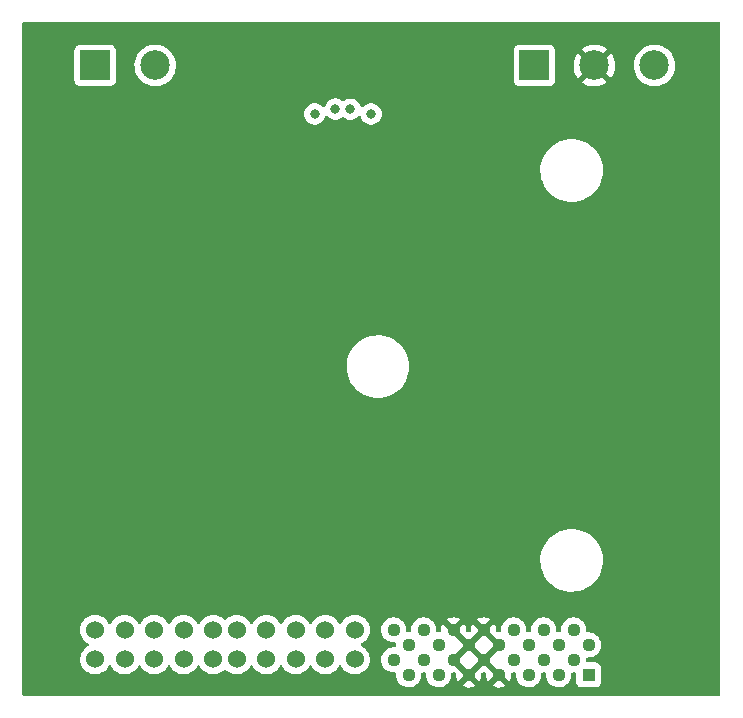
<source format=gbr>
%TF.GenerationSoftware,KiCad,Pcbnew,(6.0.1-0)*%
%TF.CreationDate,2022-12-23T21:27:23-08:00*%
%TF.ProjectId,ESC Daughterboard,45534320-4461-4756-9768-746572626f61,rev?*%
%TF.SameCoordinates,Original*%
%TF.FileFunction,Copper,L3,Inr*%
%TF.FilePolarity,Positive*%
%FSLAX46Y46*%
G04 Gerber Fmt 4.6, Leading zero omitted, Abs format (unit mm)*
G04 Created by KiCad (PCBNEW (6.0.1-0)) date 2022-12-23 21:27:23*
%MOMM*%
%LPD*%
G01*
G04 APERTURE LIST*
%TA.AperFunction,ComponentPad*%
%ADD10R,2.500000X2.500000*%
%TD*%
%TA.AperFunction,ComponentPad*%
%ADD11C,2.500000*%
%TD*%
%TA.AperFunction,ComponentPad*%
%ADD12R,1.110000X1.110000*%
%TD*%
%TA.AperFunction,ComponentPad*%
%ADD13C,1.110000*%
%TD*%
%TA.AperFunction,ComponentPad*%
%ADD14C,1.528000*%
%TD*%
%TA.AperFunction,ViaPad*%
%ADD15C,0.800000*%
%TD*%
G04 APERTURE END LIST*
D10*
%TO.N,/Phase_1*%
%TO.C,Phase 1*%
X154815000Y-69100000D03*
D11*
%TO.N,/Phase_2*%
X159895000Y-69100000D03*
%TO.N,/Phase_3*%
X164975000Y-69100000D03*
%TD*%
D12*
%TO.N,GND*%
%TO.C,J4*%
X159400000Y-120700000D03*
D13*
%TO.N,+5V*%
X158130000Y-119430000D03*
%TO.N,/Phase_3*%
X156860000Y-120700000D03*
X155590000Y-119430000D03*
X154320000Y-120700000D03*
X153050000Y-119430000D03*
%TO.N,/Phase_2*%
X151780000Y-120700000D03*
X150510000Y-119430000D03*
X149240000Y-120700000D03*
X147970000Y-119430000D03*
%TO.N,/Phase_1*%
X146700000Y-120700000D03*
X145430000Y-119430000D03*
X144160000Y-120700000D03*
X142890000Y-119430000D03*
%TO.N,/CAH*%
X159400000Y-118160000D03*
%TO.N,/CAL*%
X158130000Y-116890000D03*
%TO.N,/Phase_3*%
X156860000Y-118160000D03*
X155590000Y-116890000D03*
X154320000Y-118160000D03*
X153050000Y-116890000D03*
%TO.N,/Phase_2*%
X151780000Y-118160000D03*
X150510000Y-116890000D03*
X149240000Y-118160000D03*
X147970000Y-116890000D03*
%TO.N,/Phase_1*%
X146700000Y-118160000D03*
X145430000Y-116890000D03*
X144160000Y-118160000D03*
X142890000Y-116890000D03*
D14*
%TO.N,GND*%
X139609996Y-116890000D03*
X137109996Y-116890000D03*
X134609996Y-116890000D03*
X132109996Y-116890000D03*
X129609999Y-116890000D03*
%TO.N,/16V*%
X127609995Y-116890000D03*
X125109995Y-116890000D03*
X122609995Y-116890000D03*
X120109995Y-116890000D03*
X117609995Y-116890000D03*
%TO.N,GND*%
X139609996Y-119390000D03*
X137109996Y-119390000D03*
X134609996Y-119390000D03*
X132109996Y-119390000D03*
X129609999Y-119390000D03*
%TO.N,/16V*%
X127609995Y-119390000D03*
X125109995Y-119390000D03*
X122609995Y-119390000D03*
X120109995Y-119390000D03*
X117609995Y-119390000D03*
%TD*%
D10*
%TO.N,/16V*%
%TO.C,PWR*%
X117620000Y-69100000D03*
D11*
%TO.N,GND*%
X122700000Y-69100000D03*
%TD*%
D15*
%TO.N,GND*%
X136210000Y-73200000D03*
%TO.N,+5V*%
X140980000Y-73200000D03*
%TO.N,/CAH*%
X139220000Y-72800000D03*
%TO.N,/CAL*%
X137960000Y-72790000D03*
%TD*%
%TA.AperFunction,Conductor*%
%TO.N,/Phase_2*%
G36*
X170502121Y-65420002D02*
G01*
X170548614Y-65473658D01*
X170560000Y-65526000D01*
X170560000Y-122374000D01*
X170539998Y-122442121D01*
X170486342Y-122488614D01*
X170434000Y-122500000D01*
X111586000Y-122500000D01*
X111517879Y-122479998D01*
X111471386Y-122426342D01*
X111460000Y-122374000D01*
X111460000Y-119390000D01*
X116340665Y-119390000D01*
X116359949Y-119610417D01*
X116361373Y-119615730D01*
X116361373Y-119615732D01*
X116411290Y-119802022D01*
X116417215Y-119824136D01*
X116419538Y-119829117D01*
X116419538Y-119829118D01*
X116508397Y-120019678D01*
X116508400Y-120019683D01*
X116510723Y-120024665D01*
X116513879Y-120029172D01*
X116513880Y-120029174D01*
X116609993Y-120166437D01*
X116637632Y-120205910D01*
X116794085Y-120362363D01*
X116798593Y-120365520D01*
X116798596Y-120365522D01*
X116970821Y-120486115D01*
X116975330Y-120489272D01*
X116980312Y-120491595D01*
X116980317Y-120491598D01*
X117170877Y-120580457D01*
X117175859Y-120582780D01*
X117181167Y-120584202D01*
X117181169Y-120584203D01*
X117384263Y-120638622D01*
X117384265Y-120638622D01*
X117389578Y-120640046D01*
X117609995Y-120659330D01*
X117830412Y-120640046D01*
X117835725Y-120638622D01*
X117835727Y-120638622D01*
X118038821Y-120584203D01*
X118038823Y-120584202D01*
X118044131Y-120582780D01*
X118049113Y-120580457D01*
X118239673Y-120491598D01*
X118239678Y-120491595D01*
X118244660Y-120489272D01*
X118249169Y-120486115D01*
X118421394Y-120365522D01*
X118421397Y-120365520D01*
X118425905Y-120362363D01*
X118582358Y-120205910D01*
X118609998Y-120166437D01*
X118706110Y-120029174D01*
X118706111Y-120029172D01*
X118709267Y-120024665D01*
X118711590Y-120019683D01*
X118711593Y-120019678D01*
X118745800Y-119946320D01*
X118792717Y-119893035D01*
X118860995Y-119873574D01*
X118928955Y-119894116D01*
X118974190Y-119946320D01*
X119008397Y-120019678D01*
X119008400Y-120019683D01*
X119010723Y-120024665D01*
X119013879Y-120029172D01*
X119013880Y-120029174D01*
X119109993Y-120166437D01*
X119137632Y-120205910D01*
X119294085Y-120362363D01*
X119298593Y-120365520D01*
X119298596Y-120365522D01*
X119470821Y-120486115D01*
X119475330Y-120489272D01*
X119480312Y-120491595D01*
X119480317Y-120491598D01*
X119670877Y-120580457D01*
X119675859Y-120582780D01*
X119681167Y-120584202D01*
X119681169Y-120584203D01*
X119884263Y-120638622D01*
X119884265Y-120638622D01*
X119889578Y-120640046D01*
X120109995Y-120659330D01*
X120330412Y-120640046D01*
X120335725Y-120638622D01*
X120335727Y-120638622D01*
X120538821Y-120584203D01*
X120538823Y-120584202D01*
X120544131Y-120582780D01*
X120549113Y-120580457D01*
X120739673Y-120491598D01*
X120739678Y-120491595D01*
X120744660Y-120489272D01*
X120749169Y-120486115D01*
X120921394Y-120365522D01*
X120921397Y-120365520D01*
X120925905Y-120362363D01*
X121082358Y-120205910D01*
X121109998Y-120166437D01*
X121206110Y-120029174D01*
X121206111Y-120029172D01*
X121209267Y-120024665D01*
X121211590Y-120019683D01*
X121211593Y-120019678D01*
X121245800Y-119946320D01*
X121292717Y-119893035D01*
X121360995Y-119873574D01*
X121428955Y-119894116D01*
X121474190Y-119946320D01*
X121508397Y-120019678D01*
X121508400Y-120019683D01*
X121510723Y-120024665D01*
X121513879Y-120029172D01*
X121513880Y-120029174D01*
X121609993Y-120166437D01*
X121637632Y-120205910D01*
X121794085Y-120362363D01*
X121798593Y-120365520D01*
X121798596Y-120365522D01*
X121970821Y-120486115D01*
X121975330Y-120489272D01*
X121980312Y-120491595D01*
X121980317Y-120491598D01*
X122170877Y-120580457D01*
X122175859Y-120582780D01*
X122181167Y-120584202D01*
X122181169Y-120584203D01*
X122384263Y-120638622D01*
X122384265Y-120638622D01*
X122389578Y-120640046D01*
X122609995Y-120659330D01*
X122830412Y-120640046D01*
X122835725Y-120638622D01*
X122835727Y-120638622D01*
X123038821Y-120584203D01*
X123038823Y-120584202D01*
X123044131Y-120582780D01*
X123049113Y-120580457D01*
X123239673Y-120491598D01*
X123239678Y-120491595D01*
X123244660Y-120489272D01*
X123249169Y-120486115D01*
X123421394Y-120365522D01*
X123421397Y-120365520D01*
X123425905Y-120362363D01*
X123582358Y-120205910D01*
X123609998Y-120166437D01*
X123706110Y-120029174D01*
X123706111Y-120029172D01*
X123709267Y-120024665D01*
X123711590Y-120019683D01*
X123711593Y-120019678D01*
X123745800Y-119946320D01*
X123792717Y-119893035D01*
X123860995Y-119873574D01*
X123928955Y-119894116D01*
X123974190Y-119946320D01*
X124008397Y-120019678D01*
X124008400Y-120019683D01*
X124010723Y-120024665D01*
X124013879Y-120029172D01*
X124013880Y-120029174D01*
X124109993Y-120166437D01*
X124137632Y-120205910D01*
X124294085Y-120362363D01*
X124298593Y-120365520D01*
X124298596Y-120365522D01*
X124470821Y-120486115D01*
X124475330Y-120489272D01*
X124480312Y-120491595D01*
X124480317Y-120491598D01*
X124670877Y-120580457D01*
X124675859Y-120582780D01*
X124681167Y-120584202D01*
X124681169Y-120584203D01*
X124884263Y-120638622D01*
X124884265Y-120638622D01*
X124889578Y-120640046D01*
X125109995Y-120659330D01*
X125330412Y-120640046D01*
X125335725Y-120638622D01*
X125335727Y-120638622D01*
X125538821Y-120584203D01*
X125538823Y-120584202D01*
X125544131Y-120582780D01*
X125549113Y-120580457D01*
X125739673Y-120491598D01*
X125739678Y-120491595D01*
X125744660Y-120489272D01*
X125749169Y-120486115D01*
X125921394Y-120365522D01*
X125921397Y-120365520D01*
X125925905Y-120362363D01*
X126082358Y-120205910D01*
X126109998Y-120166437D01*
X126206110Y-120029174D01*
X126206111Y-120029172D01*
X126209267Y-120024665D01*
X126211590Y-120019683D01*
X126211593Y-120019678D01*
X126245800Y-119946320D01*
X126292717Y-119893035D01*
X126360995Y-119873574D01*
X126428955Y-119894116D01*
X126474190Y-119946320D01*
X126508397Y-120019678D01*
X126508400Y-120019683D01*
X126510723Y-120024665D01*
X126513879Y-120029172D01*
X126513880Y-120029174D01*
X126609993Y-120166437D01*
X126637632Y-120205910D01*
X126794085Y-120362363D01*
X126798593Y-120365520D01*
X126798596Y-120365522D01*
X126970821Y-120486115D01*
X126975330Y-120489272D01*
X126980312Y-120491595D01*
X126980317Y-120491598D01*
X127170877Y-120580457D01*
X127175859Y-120582780D01*
X127181167Y-120584202D01*
X127181169Y-120584203D01*
X127384263Y-120638622D01*
X127384265Y-120638622D01*
X127389578Y-120640046D01*
X127609995Y-120659330D01*
X127830412Y-120640046D01*
X127835725Y-120638622D01*
X127835727Y-120638622D01*
X128038821Y-120584203D01*
X128038823Y-120584202D01*
X128044131Y-120582780D01*
X128049113Y-120580457D01*
X128239673Y-120491598D01*
X128239678Y-120491595D01*
X128244660Y-120489272D01*
X128249169Y-120486115D01*
X128421394Y-120365522D01*
X128421397Y-120365520D01*
X128425905Y-120362363D01*
X128520902Y-120267366D01*
X128583214Y-120233340D01*
X128654029Y-120238405D01*
X128699092Y-120267366D01*
X128794089Y-120362363D01*
X128798597Y-120365520D01*
X128798600Y-120365522D01*
X128970825Y-120486115D01*
X128975334Y-120489272D01*
X128980316Y-120491595D01*
X128980321Y-120491598D01*
X129170881Y-120580457D01*
X129175863Y-120582780D01*
X129181171Y-120584202D01*
X129181173Y-120584203D01*
X129384267Y-120638622D01*
X129384269Y-120638622D01*
X129389582Y-120640046D01*
X129609999Y-120659330D01*
X129830416Y-120640046D01*
X129835729Y-120638622D01*
X129835731Y-120638622D01*
X130038825Y-120584203D01*
X130038827Y-120584202D01*
X130044135Y-120582780D01*
X130049117Y-120580457D01*
X130239677Y-120491598D01*
X130239682Y-120491595D01*
X130244664Y-120489272D01*
X130249173Y-120486115D01*
X130421398Y-120365522D01*
X130421401Y-120365520D01*
X130425909Y-120362363D01*
X130582362Y-120205910D01*
X130610002Y-120166437D01*
X130706114Y-120029174D01*
X130706115Y-120029172D01*
X130709271Y-120024665D01*
X130711594Y-120019684D01*
X130711600Y-120019673D01*
X130745804Y-119946322D01*
X130792721Y-119893038D01*
X130860998Y-119873577D01*
X130928958Y-119894119D01*
X130974193Y-119946324D01*
X131008396Y-120019674D01*
X131008399Y-120019680D01*
X131010724Y-120024665D01*
X131013880Y-120029172D01*
X131013881Y-120029174D01*
X131109994Y-120166437D01*
X131137633Y-120205910D01*
X131294086Y-120362363D01*
X131298594Y-120365520D01*
X131298597Y-120365522D01*
X131470822Y-120486115D01*
X131475331Y-120489272D01*
X131480313Y-120491595D01*
X131480318Y-120491598D01*
X131670878Y-120580457D01*
X131675860Y-120582780D01*
X131681168Y-120584202D01*
X131681170Y-120584203D01*
X131884264Y-120638622D01*
X131884266Y-120638622D01*
X131889579Y-120640046D01*
X132109996Y-120659330D01*
X132330413Y-120640046D01*
X132335726Y-120638622D01*
X132335728Y-120638622D01*
X132538822Y-120584203D01*
X132538824Y-120584202D01*
X132544132Y-120582780D01*
X132549114Y-120580457D01*
X132739674Y-120491598D01*
X132739679Y-120491595D01*
X132744661Y-120489272D01*
X132749170Y-120486115D01*
X132921395Y-120365522D01*
X132921398Y-120365520D01*
X132925906Y-120362363D01*
X133082359Y-120205910D01*
X133109999Y-120166437D01*
X133206111Y-120029174D01*
X133206112Y-120029172D01*
X133209268Y-120024665D01*
X133211591Y-120019683D01*
X133211594Y-120019678D01*
X133245801Y-119946320D01*
X133292718Y-119893035D01*
X133360996Y-119873574D01*
X133428956Y-119894116D01*
X133474191Y-119946320D01*
X133508398Y-120019678D01*
X133508401Y-120019683D01*
X133510724Y-120024665D01*
X133513880Y-120029172D01*
X133513881Y-120029174D01*
X133609994Y-120166437D01*
X133637633Y-120205910D01*
X133794086Y-120362363D01*
X133798594Y-120365520D01*
X133798597Y-120365522D01*
X133970822Y-120486115D01*
X133975331Y-120489272D01*
X133980313Y-120491595D01*
X133980318Y-120491598D01*
X134170878Y-120580457D01*
X134175860Y-120582780D01*
X134181168Y-120584202D01*
X134181170Y-120584203D01*
X134384264Y-120638622D01*
X134384266Y-120638622D01*
X134389579Y-120640046D01*
X134609996Y-120659330D01*
X134830413Y-120640046D01*
X134835726Y-120638622D01*
X134835728Y-120638622D01*
X135038822Y-120584203D01*
X135038824Y-120584202D01*
X135044132Y-120582780D01*
X135049114Y-120580457D01*
X135239674Y-120491598D01*
X135239679Y-120491595D01*
X135244661Y-120489272D01*
X135249170Y-120486115D01*
X135421395Y-120365522D01*
X135421398Y-120365520D01*
X135425906Y-120362363D01*
X135582359Y-120205910D01*
X135609999Y-120166437D01*
X135706111Y-120029174D01*
X135706112Y-120029172D01*
X135709268Y-120024665D01*
X135711591Y-120019683D01*
X135711594Y-120019678D01*
X135745801Y-119946320D01*
X135792718Y-119893035D01*
X135860996Y-119873574D01*
X135928956Y-119894116D01*
X135974191Y-119946320D01*
X136008398Y-120019678D01*
X136008401Y-120019683D01*
X136010724Y-120024665D01*
X136013880Y-120029172D01*
X136013881Y-120029174D01*
X136109994Y-120166437D01*
X136137633Y-120205910D01*
X136294086Y-120362363D01*
X136298594Y-120365520D01*
X136298597Y-120365522D01*
X136470822Y-120486115D01*
X136475331Y-120489272D01*
X136480313Y-120491595D01*
X136480318Y-120491598D01*
X136670878Y-120580457D01*
X136675860Y-120582780D01*
X136681168Y-120584202D01*
X136681170Y-120584203D01*
X136884264Y-120638622D01*
X136884266Y-120638622D01*
X136889579Y-120640046D01*
X137109996Y-120659330D01*
X137330413Y-120640046D01*
X137335726Y-120638622D01*
X137335728Y-120638622D01*
X137538822Y-120584203D01*
X137538824Y-120584202D01*
X137544132Y-120582780D01*
X137549114Y-120580457D01*
X137739674Y-120491598D01*
X137739679Y-120491595D01*
X137744661Y-120489272D01*
X137749170Y-120486115D01*
X137921395Y-120365522D01*
X137921398Y-120365520D01*
X137925906Y-120362363D01*
X138082359Y-120205910D01*
X138109999Y-120166437D01*
X138206111Y-120029174D01*
X138206112Y-120029172D01*
X138209268Y-120024665D01*
X138211591Y-120019683D01*
X138211594Y-120019678D01*
X138245801Y-119946320D01*
X138292718Y-119893035D01*
X138360996Y-119873574D01*
X138428956Y-119894116D01*
X138474191Y-119946320D01*
X138508398Y-120019678D01*
X138508401Y-120019683D01*
X138510724Y-120024665D01*
X138513880Y-120029172D01*
X138513881Y-120029174D01*
X138609994Y-120166437D01*
X138637633Y-120205910D01*
X138794086Y-120362363D01*
X138798594Y-120365520D01*
X138798597Y-120365522D01*
X138970822Y-120486115D01*
X138975331Y-120489272D01*
X138980313Y-120491595D01*
X138980318Y-120491598D01*
X139170878Y-120580457D01*
X139175860Y-120582780D01*
X139181168Y-120584202D01*
X139181170Y-120584203D01*
X139384264Y-120638622D01*
X139384266Y-120638622D01*
X139389579Y-120640046D01*
X139609996Y-120659330D01*
X139830413Y-120640046D01*
X139835726Y-120638622D01*
X139835728Y-120638622D01*
X140038822Y-120584203D01*
X140038824Y-120584202D01*
X140044132Y-120582780D01*
X140049114Y-120580457D01*
X140239674Y-120491598D01*
X140239679Y-120491595D01*
X140244661Y-120489272D01*
X140249170Y-120486115D01*
X140421395Y-120365522D01*
X140421398Y-120365520D01*
X140425906Y-120362363D01*
X140582359Y-120205910D01*
X140609999Y-120166437D01*
X140706111Y-120029174D01*
X140706112Y-120029172D01*
X140709268Y-120024665D01*
X140711591Y-120019683D01*
X140711594Y-120019678D01*
X140800453Y-119829118D01*
X140800453Y-119829117D01*
X140802776Y-119824136D01*
X140808702Y-119802022D01*
X140858618Y-119615732D01*
X140858618Y-119615730D01*
X140860042Y-119610417D01*
X140877122Y-119415192D01*
X141829496Y-119415192D01*
X141830835Y-119431132D01*
X141845905Y-119610594D01*
X141846817Y-119621460D01*
X141848515Y-119627381D01*
X141848515Y-119627382D01*
X141896475Y-119794635D01*
X141903873Y-119820435D01*
X141998489Y-120004540D01*
X142127063Y-120166760D01*
X142131756Y-120170754D01*
X142131757Y-120170755D01*
X142245275Y-120267366D01*
X142284697Y-120300917D01*
X142465387Y-120401901D01*
X142662250Y-120465865D01*
X142867788Y-120490374D01*
X142873923Y-120489902D01*
X142873925Y-120489902D01*
X142971697Y-120482379D01*
X143041151Y-120497097D01*
X143091623Y-120547027D01*
X143106578Y-120622053D01*
X143104720Y-120638622D01*
X143099496Y-120685192D01*
X143100835Y-120701132D01*
X143103521Y-120733118D01*
X143116817Y-120891460D01*
X143118515Y-120897381D01*
X143118515Y-120897382D01*
X143166410Y-121064408D01*
X143173873Y-121090435D01*
X143268489Y-121274540D01*
X143397063Y-121436760D01*
X143401756Y-121440754D01*
X143401757Y-121440755D01*
X143428363Y-121463398D01*
X143554697Y-121570917D01*
X143560075Y-121573923D01*
X143560077Y-121573924D01*
X143638813Y-121617928D01*
X143735387Y-121671901D01*
X143932250Y-121735865D01*
X144137788Y-121760374D01*
X144143923Y-121759902D01*
X144143925Y-121759902D01*
X144338030Y-121744967D01*
X144338034Y-121744966D01*
X144344172Y-121744494D01*
X144350105Y-121742838D01*
X144350108Y-121742837D01*
X144537607Y-121690486D01*
X144537606Y-121690486D01*
X144543542Y-121688829D01*
X144728302Y-121595500D01*
X144853322Y-121497824D01*
X144886559Y-121471856D01*
X144891415Y-121468062D01*
X144922604Y-121431929D01*
X145022641Y-121316036D01*
X145022642Y-121316034D01*
X145026670Y-121311368D01*
X145128913Y-121131388D01*
X145194250Y-120934976D01*
X145220193Y-120729614D01*
X145220607Y-120700000D01*
X145214775Y-120640525D01*
X145212888Y-120621274D01*
X145226148Y-120551527D01*
X145275010Y-120500020D01*
X145343963Y-120483107D01*
X145353191Y-120483864D01*
X145407788Y-120490374D01*
X145413923Y-120489902D01*
X145413925Y-120489902D01*
X145511697Y-120482379D01*
X145581151Y-120497097D01*
X145631623Y-120547027D01*
X145646578Y-120622053D01*
X145644720Y-120638622D01*
X145639496Y-120685192D01*
X145640835Y-120701132D01*
X145643521Y-120733118D01*
X145656817Y-120891460D01*
X145658515Y-120897381D01*
X145658515Y-120897382D01*
X145706410Y-121064408D01*
X145713873Y-121090435D01*
X145808489Y-121274540D01*
X145937063Y-121436760D01*
X145941756Y-121440754D01*
X145941757Y-121440755D01*
X145968363Y-121463398D01*
X146094697Y-121570917D01*
X146100075Y-121573923D01*
X146100077Y-121573924D01*
X146178813Y-121617928D01*
X146275387Y-121671901D01*
X146472250Y-121735865D01*
X146677788Y-121760374D01*
X146683923Y-121759902D01*
X146683925Y-121759902D01*
X146878030Y-121744967D01*
X146878034Y-121744966D01*
X146884172Y-121744494D01*
X146890105Y-121742838D01*
X146890108Y-121742837D01*
X147077607Y-121690486D01*
X147077606Y-121690486D01*
X147083542Y-121688829D01*
X147240484Y-121609552D01*
X148695278Y-121609552D01*
X148700187Y-121616110D01*
X148806992Y-121675800D01*
X148818232Y-121680711D01*
X149004777Y-121741323D01*
X149016744Y-121743955D01*
X149211519Y-121767180D01*
X149223768Y-121767437D01*
X149419339Y-121752389D01*
X149431417Y-121750259D01*
X149620331Y-121697512D01*
X149631764Y-121693078D01*
X149776448Y-121619993D01*
X149786732Y-121610348D01*
X149786464Y-121609552D01*
X151235278Y-121609552D01*
X151240187Y-121616110D01*
X151346992Y-121675800D01*
X151358232Y-121680711D01*
X151544777Y-121741323D01*
X151556744Y-121743955D01*
X151751519Y-121767180D01*
X151763768Y-121767437D01*
X151959339Y-121752389D01*
X151971417Y-121750259D01*
X152160331Y-121697512D01*
X152171764Y-121693078D01*
X152316448Y-121619993D01*
X152326732Y-121610348D01*
X152324494Y-121603704D01*
X151792812Y-121072022D01*
X151778868Y-121064408D01*
X151777035Y-121064539D01*
X151770420Y-121068790D01*
X151242038Y-121597172D01*
X151235278Y-121609552D01*
X149786464Y-121609552D01*
X149784494Y-121603704D01*
X149252812Y-121072022D01*
X149238868Y-121064408D01*
X149237035Y-121064539D01*
X149230420Y-121068790D01*
X148702038Y-121597172D01*
X148695278Y-121609552D01*
X147240484Y-121609552D01*
X147268302Y-121595500D01*
X147393322Y-121497824D01*
X147426559Y-121471856D01*
X147431415Y-121468062D01*
X147462604Y-121431929D01*
X147562641Y-121316036D01*
X147562642Y-121316034D01*
X147566670Y-121311368D01*
X147668913Y-121131388D01*
X147734250Y-120934976D01*
X147760193Y-120729614D01*
X147760607Y-120700000D01*
X147753637Y-120628917D01*
X147766896Y-120559172D01*
X147815759Y-120507664D01*
X147884711Y-120490751D01*
X147893954Y-120491509D01*
X147941517Y-120497180D01*
X147953768Y-120497437D01*
X148043233Y-120490553D01*
X148112687Y-120505270D01*
X148163159Y-120555201D01*
X148178114Y-120630226D01*
X148172648Y-120678959D01*
X148172477Y-120691230D01*
X148188889Y-120886679D01*
X148191104Y-120898744D01*
X148245166Y-121087283D01*
X148249685Y-121098695D01*
X148320300Y-121236096D01*
X148330019Y-121246315D01*
X148336819Y-121243971D01*
X148867978Y-120712812D01*
X148874356Y-120701132D01*
X149604408Y-120701132D01*
X149604539Y-120702965D01*
X149608790Y-120709580D01*
X150137002Y-121237792D01*
X150149382Y-121244552D01*
X150156116Y-121239511D01*
X150212750Y-121139816D01*
X150217744Y-121128600D01*
X150279652Y-120942497D01*
X150282372Y-120930525D01*
X150307285Y-120733326D01*
X150307776Y-120726301D01*
X150308094Y-120703505D01*
X150307801Y-120696513D01*
X150301262Y-120629828D01*
X150314521Y-120560081D01*
X150363383Y-120508574D01*
X150432336Y-120491660D01*
X150441579Y-120492418D01*
X150481518Y-120497180D01*
X150493768Y-120497437D01*
X150583233Y-120490553D01*
X150652687Y-120505270D01*
X150703159Y-120555201D01*
X150718114Y-120630226D01*
X150712648Y-120678959D01*
X150712477Y-120691230D01*
X150728889Y-120886679D01*
X150731104Y-120898744D01*
X150785166Y-121087283D01*
X150789685Y-121098695D01*
X150860300Y-121236096D01*
X150870019Y-121246315D01*
X150876819Y-121243971D01*
X151407978Y-120712812D01*
X151415592Y-120698868D01*
X151415461Y-120697035D01*
X151411210Y-120690420D01*
X150522812Y-119802022D01*
X150508868Y-119794408D01*
X150507035Y-119794539D01*
X150500420Y-119798790D01*
X149612022Y-120687188D01*
X149604408Y-120701132D01*
X148874356Y-120701132D01*
X148875592Y-120698868D01*
X148875461Y-120697035D01*
X148871210Y-120690420D01*
X147699885Y-119519095D01*
X147665859Y-119456783D01*
X147667694Y-119431132D01*
X148334408Y-119431132D01*
X148334539Y-119432965D01*
X148338790Y-119439580D01*
X149227188Y-120327978D01*
X149241132Y-120335592D01*
X149242965Y-120335461D01*
X149249580Y-120331210D01*
X150137978Y-119442812D01*
X150144356Y-119431132D01*
X150874408Y-119431132D01*
X150874539Y-119432965D01*
X150878790Y-119439580D01*
X152677002Y-121237792D01*
X152689382Y-121244552D01*
X152696116Y-121239511D01*
X152752750Y-121139816D01*
X152757744Y-121128600D01*
X152819652Y-120942497D01*
X152822372Y-120930525D01*
X152847285Y-120733326D01*
X152847776Y-120726301D01*
X152848094Y-120703505D01*
X152847801Y-120696513D01*
X152840513Y-120622185D01*
X152853772Y-120552437D01*
X152902635Y-120500930D01*
X152971588Y-120484017D01*
X152980830Y-120484775D01*
X153016088Y-120488979D01*
X153027788Y-120490374D01*
X153033923Y-120489902D01*
X153033925Y-120489902D01*
X153131697Y-120482379D01*
X153201151Y-120497097D01*
X153251623Y-120547027D01*
X153266578Y-120622053D01*
X153264720Y-120638622D01*
X153259496Y-120685192D01*
X153260835Y-120701132D01*
X153263521Y-120733118D01*
X153276817Y-120891460D01*
X153278515Y-120897381D01*
X153278515Y-120897382D01*
X153326410Y-121064408D01*
X153333873Y-121090435D01*
X153428489Y-121274540D01*
X153557063Y-121436760D01*
X153561756Y-121440754D01*
X153561757Y-121440755D01*
X153588363Y-121463398D01*
X153714697Y-121570917D01*
X153720075Y-121573923D01*
X153720077Y-121573924D01*
X153798813Y-121617928D01*
X153895387Y-121671901D01*
X154092250Y-121735865D01*
X154297788Y-121760374D01*
X154303923Y-121759902D01*
X154303925Y-121759902D01*
X154498030Y-121744967D01*
X154498034Y-121744966D01*
X154504172Y-121744494D01*
X154510105Y-121742838D01*
X154510108Y-121742837D01*
X154697607Y-121690486D01*
X154697606Y-121690486D01*
X154703542Y-121688829D01*
X154888302Y-121595500D01*
X155013322Y-121497824D01*
X155046559Y-121471856D01*
X155051415Y-121468062D01*
X155082604Y-121431929D01*
X155182641Y-121316036D01*
X155182642Y-121316034D01*
X155186670Y-121311368D01*
X155288913Y-121131388D01*
X155354250Y-120934976D01*
X155380193Y-120729614D01*
X155380607Y-120700000D01*
X155374775Y-120640525D01*
X155372888Y-120621274D01*
X155386148Y-120551527D01*
X155435010Y-120500020D01*
X155503963Y-120483107D01*
X155513191Y-120483864D01*
X155567788Y-120490374D01*
X155573923Y-120489902D01*
X155573925Y-120489902D01*
X155671697Y-120482379D01*
X155741151Y-120497097D01*
X155791623Y-120547027D01*
X155806578Y-120622053D01*
X155804720Y-120638622D01*
X155799496Y-120685192D01*
X155800835Y-120701132D01*
X155803521Y-120733118D01*
X155816817Y-120891460D01*
X155818515Y-120897381D01*
X155818515Y-120897382D01*
X155866410Y-121064408D01*
X155873873Y-121090435D01*
X155968489Y-121274540D01*
X156097063Y-121436760D01*
X156101756Y-121440754D01*
X156101757Y-121440755D01*
X156128363Y-121463398D01*
X156254697Y-121570917D01*
X156260075Y-121573923D01*
X156260077Y-121573924D01*
X156338813Y-121617928D01*
X156435387Y-121671901D01*
X156632250Y-121735865D01*
X156837788Y-121760374D01*
X156843923Y-121759902D01*
X156843925Y-121759902D01*
X157038030Y-121744967D01*
X157038034Y-121744966D01*
X157044172Y-121744494D01*
X157050105Y-121742838D01*
X157050108Y-121742837D01*
X157237607Y-121690486D01*
X157237606Y-121690486D01*
X157243542Y-121688829D01*
X157428302Y-121595500D01*
X157553322Y-121497824D01*
X157586559Y-121471856D01*
X157591415Y-121468062D01*
X157622604Y-121431929D01*
X157722641Y-121316036D01*
X157722642Y-121316034D01*
X157726670Y-121311368D01*
X157828913Y-121131388D01*
X157894250Y-120934976D01*
X157920193Y-120729614D01*
X157920607Y-120700000D01*
X157914775Y-120640525D01*
X157912888Y-120621274D01*
X157926148Y-120551527D01*
X157975010Y-120500020D01*
X158043963Y-120483107D01*
X158053191Y-120483864D01*
X158107788Y-120490374D01*
X158113923Y-120489902D01*
X158113924Y-120489902D01*
X158151126Y-120487039D01*
X158208834Y-120482599D01*
X158278288Y-120497316D01*
X158328760Y-120547247D01*
X158344500Y-120608228D01*
X158344501Y-121064408D01*
X158344501Y-121302376D01*
X158344870Y-121305770D01*
X158344870Y-121305776D01*
X158345985Y-121316036D01*
X158351149Y-121363580D01*
X158401474Y-121497824D01*
X158406854Y-121505003D01*
X158406856Y-121505006D01*
X158475932Y-121597172D01*
X158487454Y-121612546D01*
X158494635Y-121617928D01*
X158594994Y-121693144D01*
X158594997Y-121693146D01*
X158602176Y-121698526D01*
X158691561Y-121732034D01*
X158729025Y-121746079D01*
X158729027Y-121746079D01*
X158736420Y-121748851D01*
X158744270Y-121749704D01*
X158744271Y-121749704D01*
X158794217Y-121755130D01*
X158797623Y-121755500D01*
X159399911Y-121755500D01*
X160002376Y-121755499D01*
X160005770Y-121755130D01*
X160005776Y-121755130D01*
X160055722Y-121749705D01*
X160055726Y-121749704D01*
X160063580Y-121748851D01*
X160197824Y-121698526D01*
X160205003Y-121693146D01*
X160205006Y-121693144D01*
X160305365Y-121617928D01*
X160312546Y-121612546D01*
X160324068Y-121597172D01*
X160393144Y-121505006D01*
X160393146Y-121505003D01*
X160398526Y-121497824D01*
X160448851Y-121363580D01*
X160455500Y-121302377D01*
X160455499Y-120097624D01*
X160448851Y-120036420D01*
X160398526Y-119902176D01*
X160393146Y-119894997D01*
X160393144Y-119894994D01*
X160317928Y-119794635D01*
X160312546Y-119787454D01*
X160305365Y-119782072D01*
X160205006Y-119706856D01*
X160205003Y-119706854D01*
X160197824Y-119701474D01*
X160100464Y-119664976D01*
X160070975Y-119653921D01*
X160070973Y-119653921D01*
X160063580Y-119651149D01*
X160055730Y-119650296D01*
X160055729Y-119650296D01*
X160005774Y-119644869D01*
X160005773Y-119644869D01*
X160002377Y-119644500D01*
X159982867Y-119644500D01*
X159309755Y-119644501D01*
X159241635Y-119624499D01*
X159195142Y-119570843D01*
X159184749Y-119502709D01*
X159189753Y-119463094D01*
X159190193Y-119459614D01*
X159190607Y-119430000D01*
X159182888Y-119351274D01*
X159196148Y-119281527D01*
X159245010Y-119230020D01*
X159313963Y-119213107D01*
X159323191Y-119213864D01*
X159377788Y-119220374D01*
X159383923Y-119219902D01*
X159383925Y-119219902D01*
X159578030Y-119204967D01*
X159578034Y-119204966D01*
X159584172Y-119204494D01*
X159590105Y-119202838D01*
X159590108Y-119202837D01*
X159777607Y-119150486D01*
X159777606Y-119150486D01*
X159783542Y-119148829D01*
X159968302Y-119055500D01*
X160016235Y-119018051D01*
X160126559Y-118931856D01*
X160131415Y-118928062D01*
X160212884Y-118833680D01*
X160262641Y-118776036D01*
X160262642Y-118776034D01*
X160266670Y-118771368D01*
X160278340Y-118750826D01*
X160365865Y-118596753D01*
X160368913Y-118591388D01*
X160434250Y-118394976D01*
X160460193Y-118189614D01*
X160460607Y-118160000D01*
X160440408Y-117953994D01*
X160380580Y-117755834D01*
X160311950Y-117626760D01*
X160286296Y-117578511D01*
X160286294Y-117578508D01*
X160283402Y-117573069D01*
X160279511Y-117568299D01*
X160279509Y-117568295D01*
X160156471Y-117417435D01*
X160156468Y-117417432D01*
X160152576Y-117412660D01*
X160128857Y-117393038D01*
X159997834Y-117284646D01*
X159997831Y-117284644D01*
X159993084Y-117280717D01*
X159811002Y-117182265D01*
X159712134Y-117151661D01*
X159619152Y-117122878D01*
X159619149Y-117122877D01*
X159613265Y-117121056D01*
X159607140Y-117120412D01*
X159607139Y-117120412D01*
X159413532Y-117100063D01*
X159413531Y-117100063D01*
X159407404Y-117099419D01*
X159320753Y-117107305D01*
X159251102Y-117093560D01*
X159199937Y-117044339D01*
X159183506Y-116975270D01*
X159184329Y-116966032D01*
X159184754Y-116962665D01*
X159190193Y-116919614D01*
X159190473Y-116899580D01*
X159190558Y-116893522D01*
X159190558Y-116893518D01*
X159190607Y-116890000D01*
X159170408Y-116683994D01*
X159110580Y-116485834D01*
X159036743Y-116346967D01*
X159016296Y-116308511D01*
X159016294Y-116308508D01*
X159013402Y-116303069D01*
X159009511Y-116298299D01*
X159009509Y-116298295D01*
X158886471Y-116147435D01*
X158886468Y-116147432D01*
X158882576Y-116142660D01*
X158875667Y-116136944D01*
X158727834Y-116014646D01*
X158727831Y-116014644D01*
X158723084Y-116010717D01*
X158541002Y-115912265D01*
X158442134Y-115881661D01*
X158349152Y-115852878D01*
X158349149Y-115852877D01*
X158343265Y-115851056D01*
X158337140Y-115850412D01*
X158337139Y-115850412D01*
X158143532Y-115830063D01*
X158143531Y-115830063D01*
X158137404Y-115829419D01*
X158050465Y-115837331D01*
X157937401Y-115847620D01*
X157937398Y-115847621D01*
X157931262Y-115848179D01*
X157732690Y-115906622D01*
X157711620Y-115917637D01*
X157554711Y-115999667D01*
X157554707Y-115999670D01*
X157549251Y-116002522D01*
X157387932Y-116132225D01*
X157254879Y-116290792D01*
X157251915Y-116296184D01*
X157251912Y-116296188D01*
X157222410Y-116349852D01*
X157155159Y-116472182D01*
X157153298Y-116478049D01*
X157153297Y-116478051D01*
X157094432Y-116663617D01*
X157092570Y-116669487D01*
X157069496Y-116875192D01*
X157070012Y-116881336D01*
X157070012Y-116881337D01*
X157077547Y-116971072D01*
X157063315Y-117040627D01*
X157013738Y-117091447D01*
X156938818Y-117106925D01*
X156873532Y-117100063D01*
X156873531Y-117100063D01*
X156867404Y-117099419D01*
X156780753Y-117107305D01*
X156711102Y-117093560D01*
X156659937Y-117044339D01*
X156643506Y-116975270D01*
X156644329Y-116966032D01*
X156644754Y-116962665D01*
X156650193Y-116919614D01*
X156650473Y-116899580D01*
X156650558Y-116893522D01*
X156650558Y-116893518D01*
X156650607Y-116890000D01*
X156630408Y-116683994D01*
X156570580Y-116485834D01*
X156496743Y-116346967D01*
X156476296Y-116308511D01*
X156476294Y-116308508D01*
X156473402Y-116303069D01*
X156469511Y-116298299D01*
X156469509Y-116298295D01*
X156346471Y-116147435D01*
X156346468Y-116147432D01*
X156342576Y-116142660D01*
X156335667Y-116136944D01*
X156187834Y-116014646D01*
X156187831Y-116014644D01*
X156183084Y-116010717D01*
X156001002Y-115912265D01*
X155902134Y-115881661D01*
X155809152Y-115852878D01*
X155809149Y-115852877D01*
X155803265Y-115851056D01*
X155797140Y-115850412D01*
X155797139Y-115850412D01*
X155603532Y-115830063D01*
X155603531Y-115830063D01*
X155597404Y-115829419D01*
X155510465Y-115837331D01*
X155397401Y-115847620D01*
X155397398Y-115847621D01*
X155391262Y-115848179D01*
X155192690Y-115906622D01*
X155171620Y-115917637D01*
X155014711Y-115999667D01*
X155014707Y-115999670D01*
X155009251Y-116002522D01*
X154847932Y-116132225D01*
X154714879Y-116290792D01*
X154711915Y-116296184D01*
X154711912Y-116296188D01*
X154682410Y-116349852D01*
X154615159Y-116472182D01*
X154613298Y-116478049D01*
X154613297Y-116478051D01*
X154554432Y-116663617D01*
X154552570Y-116669487D01*
X154529496Y-116875192D01*
X154530012Y-116881336D01*
X154530012Y-116881337D01*
X154537547Y-116971072D01*
X154523315Y-117040627D01*
X154473738Y-117091447D01*
X154398818Y-117106925D01*
X154333532Y-117100063D01*
X154333531Y-117100063D01*
X154327404Y-117099419D01*
X154240753Y-117107305D01*
X154171102Y-117093560D01*
X154119937Y-117044339D01*
X154103506Y-116975270D01*
X154104329Y-116966032D01*
X154104754Y-116962665D01*
X154110193Y-116919614D01*
X154110473Y-116899580D01*
X154110558Y-116893522D01*
X154110558Y-116893518D01*
X154110607Y-116890000D01*
X154090408Y-116683994D01*
X154030580Y-116485834D01*
X153956743Y-116346967D01*
X153936296Y-116308511D01*
X153936294Y-116308508D01*
X153933402Y-116303069D01*
X153929511Y-116298299D01*
X153929509Y-116298295D01*
X153806471Y-116147435D01*
X153806468Y-116147432D01*
X153802576Y-116142660D01*
X153795667Y-116136944D01*
X153647834Y-116014646D01*
X153647831Y-116014644D01*
X153643084Y-116010717D01*
X153461002Y-115912265D01*
X153362134Y-115881661D01*
X153269152Y-115852878D01*
X153269149Y-115852877D01*
X153263265Y-115851056D01*
X153257140Y-115850412D01*
X153257139Y-115850412D01*
X153063532Y-115830063D01*
X153063531Y-115830063D01*
X153057404Y-115829419D01*
X152970465Y-115837331D01*
X152857401Y-115847620D01*
X152857398Y-115847621D01*
X152851262Y-115848179D01*
X152652690Y-115906622D01*
X152631620Y-115917637D01*
X152474711Y-115999667D01*
X152474707Y-115999670D01*
X152469251Y-116002522D01*
X152307932Y-116132225D01*
X152174879Y-116290792D01*
X152171915Y-116296184D01*
X152171912Y-116296188D01*
X152142410Y-116349852D01*
X152075159Y-116472182D01*
X152073298Y-116478049D01*
X152073297Y-116478051D01*
X152014432Y-116663617D01*
X152012570Y-116669487D01*
X151989496Y-116875192D01*
X151990012Y-116881336D01*
X151990012Y-116881337D01*
X151996908Y-116963463D01*
X151982676Y-117033018D01*
X151933099Y-117083838D01*
X151858180Y-117099316D01*
X151793587Y-117092527D01*
X151781317Y-117092442D01*
X151709366Y-117098990D01*
X151639713Y-117085245D01*
X151588548Y-117036024D01*
X151572117Y-116966955D01*
X151572940Y-116957717D01*
X151577285Y-116923326D01*
X151577776Y-116916301D01*
X151578094Y-116893505D01*
X151577801Y-116886513D01*
X151558401Y-116688664D01*
X151556018Y-116676627D01*
X151499328Y-116488862D01*
X151494654Y-116477521D01*
X151429230Y-116354478D01*
X151419371Y-116344398D01*
X151412243Y-116346967D01*
X150882022Y-116877188D01*
X150874408Y-116891132D01*
X150874539Y-116892965D01*
X150878790Y-116899580D01*
X152050115Y-118070905D01*
X152084141Y-118133217D01*
X152079076Y-118204032D01*
X152050115Y-118249095D01*
X150882022Y-119417188D01*
X150874408Y-119431132D01*
X150144356Y-119431132D01*
X150145592Y-119428868D01*
X150145461Y-119427035D01*
X150141210Y-119420420D01*
X149252812Y-118532022D01*
X149238868Y-118524408D01*
X149237035Y-118524539D01*
X149230420Y-118528790D01*
X148342022Y-119417188D01*
X148334408Y-119431132D01*
X147667694Y-119431132D01*
X147670924Y-119385968D01*
X147699885Y-119340905D01*
X148867978Y-118172812D01*
X148874356Y-118161132D01*
X149604408Y-118161132D01*
X149604539Y-118162965D01*
X149608790Y-118169580D01*
X150497188Y-119057978D01*
X150511132Y-119065592D01*
X150512965Y-119065461D01*
X150519580Y-119061210D01*
X151407978Y-118172812D01*
X151415592Y-118158868D01*
X151415461Y-118157035D01*
X151411210Y-118150420D01*
X150522812Y-117262022D01*
X150508868Y-117254408D01*
X150507035Y-117254539D01*
X150500420Y-117258790D01*
X149612022Y-118147188D01*
X149604408Y-118161132D01*
X148874356Y-118161132D01*
X148875592Y-118158868D01*
X148875461Y-118157035D01*
X148871210Y-118150420D01*
X147611922Y-116891132D01*
X148334408Y-116891132D01*
X148334539Y-116892965D01*
X148338790Y-116899580D01*
X149227188Y-117787978D01*
X149241132Y-117795592D01*
X149242965Y-117795461D01*
X149249580Y-117791210D01*
X150137978Y-116902812D01*
X150145592Y-116888868D01*
X150145461Y-116887035D01*
X150141210Y-116880420D01*
X149612620Y-116351830D01*
X149600240Y-116345070D01*
X149593852Y-116349852D01*
X149531198Y-116463819D01*
X149526370Y-116475083D01*
X149467060Y-116662052D01*
X149464512Y-116674040D01*
X149442648Y-116868961D01*
X149442477Y-116881230D01*
X149449315Y-116962665D01*
X149435083Y-117032220D01*
X149385506Y-117083040D01*
X149310587Y-117098518D01*
X149253587Y-117092527D01*
X149241317Y-117092442D01*
X149169366Y-117098990D01*
X149099713Y-117085245D01*
X149048548Y-117036024D01*
X149032117Y-116966955D01*
X149032940Y-116957717D01*
X149037285Y-116923326D01*
X149037776Y-116916301D01*
X149038094Y-116893505D01*
X149037801Y-116886513D01*
X149018401Y-116688664D01*
X149016018Y-116676627D01*
X148959328Y-116488862D01*
X148954654Y-116477521D01*
X148889230Y-116354478D01*
X148879371Y-116344398D01*
X148872243Y-116346967D01*
X148342022Y-116877188D01*
X148334408Y-116891132D01*
X147611922Y-116891132D01*
X147072620Y-116351830D01*
X147060240Y-116345070D01*
X147053852Y-116349852D01*
X146991198Y-116463819D01*
X146986370Y-116475083D01*
X146927060Y-116662052D01*
X146924512Y-116674040D01*
X146902648Y-116868961D01*
X146902477Y-116881230D01*
X146909954Y-116970274D01*
X146895722Y-117039829D01*
X146846145Y-117090649D01*
X146771225Y-117106127D01*
X146739653Y-117102808D01*
X146713532Y-117100063D01*
X146713531Y-117100063D01*
X146707404Y-117099419D01*
X146620753Y-117107305D01*
X146551102Y-117093560D01*
X146499937Y-117044339D01*
X146483506Y-116975270D01*
X146484329Y-116966032D01*
X146484754Y-116962665D01*
X146490193Y-116919614D01*
X146490473Y-116899580D01*
X146490558Y-116893522D01*
X146490558Y-116893518D01*
X146490607Y-116890000D01*
X146470408Y-116683994D01*
X146410580Y-116485834D01*
X146336743Y-116346967D01*
X146316296Y-116308511D01*
X146316294Y-116308508D01*
X146313402Y-116303069D01*
X146309511Y-116298299D01*
X146309509Y-116298295D01*
X146186471Y-116147435D01*
X146186468Y-116147432D01*
X146182576Y-116142660D01*
X146175667Y-116136944D01*
X146027834Y-116014646D01*
X146027831Y-116014644D01*
X146023084Y-116010717D01*
X145966907Y-115980342D01*
X147424061Y-115980342D01*
X147426516Y-115987306D01*
X147957188Y-116517978D01*
X147971132Y-116525592D01*
X147972965Y-116525461D01*
X147979580Y-116521210D01*
X148508418Y-115992372D01*
X148514987Y-115980342D01*
X149964061Y-115980342D01*
X149966516Y-115987306D01*
X150497188Y-116517978D01*
X150511132Y-116525592D01*
X150512965Y-116525461D01*
X150519580Y-116521210D01*
X151048418Y-115992372D01*
X151055178Y-115979992D01*
X151050519Y-115973769D01*
X150929340Y-115908248D01*
X150918035Y-115903496D01*
X150730667Y-115845496D01*
X150718654Y-115843030D01*
X150523585Y-115822527D01*
X150511317Y-115822442D01*
X150315989Y-115840218D01*
X150303940Y-115842516D01*
X150115776Y-115897896D01*
X150104408Y-115902489D01*
X149974210Y-115970555D01*
X149964061Y-115980342D01*
X148514987Y-115980342D01*
X148515178Y-115979992D01*
X148510519Y-115973769D01*
X148389340Y-115908248D01*
X148378035Y-115903496D01*
X148190667Y-115845496D01*
X148178654Y-115843030D01*
X147983585Y-115822527D01*
X147971317Y-115822442D01*
X147775989Y-115840218D01*
X147763940Y-115842516D01*
X147575776Y-115897896D01*
X147564408Y-115902489D01*
X147434210Y-115970555D01*
X147424061Y-115980342D01*
X145966907Y-115980342D01*
X145841002Y-115912265D01*
X145742134Y-115881661D01*
X145649152Y-115852878D01*
X145649149Y-115852877D01*
X145643265Y-115851056D01*
X145637140Y-115850412D01*
X145637139Y-115850412D01*
X145443532Y-115830063D01*
X145443531Y-115830063D01*
X145437404Y-115829419D01*
X145350465Y-115837331D01*
X145237401Y-115847620D01*
X145237398Y-115847621D01*
X145231262Y-115848179D01*
X145032690Y-115906622D01*
X145011620Y-115917637D01*
X144854711Y-115999667D01*
X144854707Y-115999670D01*
X144849251Y-116002522D01*
X144687932Y-116132225D01*
X144554879Y-116290792D01*
X144551915Y-116296184D01*
X144551912Y-116296188D01*
X144522410Y-116349852D01*
X144455159Y-116472182D01*
X144453298Y-116478049D01*
X144453297Y-116478051D01*
X144394432Y-116663617D01*
X144392570Y-116669487D01*
X144369496Y-116875192D01*
X144370012Y-116881336D01*
X144370012Y-116881337D01*
X144377547Y-116971072D01*
X144363315Y-117040627D01*
X144313738Y-117091447D01*
X144238818Y-117106925D01*
X144173532Y-117100063D01*
X144173531Y-117100063D01*
X144167404Y-117099419D01*
X144080753Y-117107305D01*
X144011102Y-117093560D01*
X143959937Y-117044339D01*
X143943506Y-116975270D01*
X143944329Y-116966032D01*
X143944754Y-116962665D01*
X143950193Y-116919614D01*
X143950473Y-116899580D01*
X143950558Y-116893522D01*
X143950558Y-116893518D01*
X143950607Y-116890000D01*
X143930408Y-116683994D01*
X143870580Y-116485834D01*
X143796743Y-116346967D01*
X143776296Y-116308511D01*
X143776294Y-116308508D01*
X143773402Y-116303069D01*
X143769511Y-116298299D01*
X143769509Y-116298295D01*
X143646471Y-116147435D01*
X143646468Y-116147432D01*
X143642576Y-116142660D01*
X143635667Y-116136944D01*
X143487834Y-116014646D01*
X143487831Y-116014644D01*
X143483084Y-116010717D01*
X143301002Y-115912265D01*
X143202134Y-115881661D01*
X143109152Y-115852878D01*
X143109149Y-115852877D01*
X143103265Y-115851056D01*
X143097140Y-115850412D01*
X143097139Y-115850412D01*
X142903532Y-115830063D01*
X142903531Y-115830063D01*
X142897404Y-115829419D01*
X142810465Y-115837331D01*
X142697401Y-115847620D01*
X142697398Y-115847621D01*
X142691262Y-115848179D01*
X142492690Y-115906622D01*
X142471620Y-115917637D01*
X142314711Y-115999667D01*
X142314707Y-115999670D01*
X142309251Y-116002522D01*
X142147932Y-116132225D01*
X142014879Y-116290792D01*
X142011915Y-116296184D01*
X142011912Y-116296188D01*
X141982410Y-116349852D01*
X141915159Y-116472182D01*
X141913298Y-116478049D01*
X141913297Y-116478051D01*
X141854432Y-116663617D01*
X141852570Y-116669487D01*
X141829496Y-116875192D01*
X141830835Y-116891132D01*
X141843700Y-117044339D01*
X141846817Y-117081460D01*
X141848515Y-117087381D01*
X141848515Y-117087382D01*
X141896410Y-117254408D01*
X141903873Y-117280435D01*
X141906688Y-117285912D01*
X141974281Y-117417435D01*
X141998489Y-117464540D01*
X142127063Y-117626760D01*
X142131756Y-117630754D01*
X142131757Y-117630755D01*
X142214764Y-117701399D01*
X142284697Y-117760917D01*
X142465387Y-117861901D01*
X142662250Y-117925865D01*
X142867788Y-117950374D01*
X142873923Y-117949902D01*
X142873925Y-117949902D01*
X142971697Y-117942379D01*
X143041151Y-117957097D01*
X143091623Y-118007027D01*
X143106578Y-118082053D01*
X143100839Y-118133217D01*
X143099496Y-118145192D01*
X143100012Y-118151337D01*
X143107547Y-118241072D01*
X143093315Y-118310627D01*
X143043738Y-118361447D01*
X142968818Y-118376925D01*
X142903532Y-118370063D01*
X142903531Y-118370063D01*
X142897404Y-118369419D01*
X142818398Y-118376609D01*
X142697401Y-118387620D01*
X142697398Y-118387621D01*
X142691262Y-118388179D01*
X142492690Y-118446622D01*
X142487230Y-118449476D01*
X142487231Y-118449476D01*
X142314711Y-118539667D01*
X142314707Y-118539670D01*
X142309251Y-118542522D01*
X142147932Y-118672225D01*
X142014879Y-118830792D01*
X142011915Y-118836184D01*
X142011912Y-118836188D01*
X141948859Y-118950882D01*
X141915159Y-119012182D01*
X141913298Y-119018049D01*
X141913297Y-119018051D01*
X141854432Y-119203617D01*
X141852570Y-119209487D01*
X141829496Y-119415192D01*
X140877122Y-119415192D01*
X140879326Y-119390000D01*
X140860042Y-119169583D01*
X140832143Y-119065461D01*
X140804199Y-118961174D01*
X140804198Y-118961172D01*
X140802776Y-118955864D01*
X140779723Y-118906426D01*
X140711594Y-118760322D01*
X140711591Y-118760317D01*
X140709268Y-118755335D01*
X140648372Y-118668366D01*
X140585518Y-118578601D01*
X140585516Y-118578598D01*
X140582359Y-118574090D01*
X140425906Y-118417637D01*
X140421398Y-118414480D01*
X140421395Y-118414478D01*
X140249170Y-118293885D01*
X140249168Y-118293884D01*
X140244661Y-118290728D01*
X140239679Y-118288405D01*
X140239674Y-118288402D01*
X140166316Y-118254195D01*
X140113031Y-118207278D01*
X140093570Y-118139000D01*
X140114112Y-118071040D01*
X140166316Y-118025805D01*
X140239674Y-117991598D01*
X140239679Y-117991595D01*
X140244661Y-117989272D01*
X140274221Y-117968574D01*
X140421395Y-117865522D01*
X140421398Y-117865520D01*
X140425906Y-117862363D01*
X140582359Y-117705910D01*
X140609999Y-117666437D01*
X140706111Y-117529174D01*
X140706112Y-117529172D01*
X140709268Y-117524665D01*
X140711591Y-117519683D01*
X140711594Y-117519678D01*
X140800453Y-117329118D01*
X140800453Y-117329117D01*
X140802776Y-117324136D01*
X140813358Y-117284646D01*
X140858618Y-117115732D01*
X140858618Y-117115730D01*
X140860042Y-117110417D01*
X140879326Y-116890000D01*
X140860042Y-116669583D01*
X140858618Y-116664268D01*
X140804199Y-116461174D01*
X140804198Y-116461172D01*
X140802776Y-116455864D01*
X140779723Y-116406426D01*
X140711594Y-116260322D01*
X140711591Y-116260317D01*
X140709268Y-116255335D01*
X140633716Y-116147435D01*
X140585518Y-116078601D01*
X140585516Y-116078598D01*
X140582359Y-116074090D01*
X140425906Y-115917637D01*
X140421398Y-115914480D01*
X140421395Y-115914478D01*
X140249170Y-115793885D01*
X140249168Y-115793884D01*
X140244661Y-115790728D01*
X140239679Y-115788405D01*
X140239674Y-115788402D01*
X140049114Y-115699543D01*
X140049113Y-115699543D01*
X140044132Y-115697220D01*
X140038824Y-115695798D01*
X140038822Y-115695797D01*
X139835728Y-115641378D01*
X139835726Y-115641378D01*
X139830413Y-115639954D01*
X139609996Y-115620670D01*
X139389579Y-115639954D01*
X139384266Y-115641378D01*
X139384264Y-115641378D01*
X139181170Y-115695797D01*
X139181168Y-115695798D01*
X139175860Y-115697220D01*
X139170879Y-115699543D01*
X139170878Y-115699543D01*
X138980318Y-115788402D01*
X138980313Y-115788405D01*
X138975331Y-115790728D01*
X138970824Y-115793884D01*
X138970822Y-115793885D01*
X138798597Y-115914478D01*
X138798594Y-115914480D01*
X138794086Y-115917637D01*
X138637633Y-116074090D01*
X138634476Y-116078598D01*
X138634474Y-116078601D01*
X138586276Y-116147435D01*
X138510724Y-116255335D01*
X138508401Y-116260317D01*
X138508398Y-116260322D01*
X138474191Y-116333680D01*
X138427274Y-116386965D01*
X138358996Y-116406426D01*
X138291036Y-116385884D01*
X138245801Y-116333680D01*
X138211594Y-116260322D01*
X138211591Y-116260317D01*
X138209268Y-116255335D01*
X138133716Y-116147435D01*
X138085518Y-116078601D01*
X138085516Y-116078598D01*
X138082359Y-116074090D01*
X137925906Y-115917637D01*
X137921398Y-115914480D01*
X137921395Y-115914478D01*
X137749170Y-115793885D01*
X137749168Y-115793884D01*
X137744661Y-115790728D01*
X137739679Y-115788405D01*
X137739674Y-115788402D01*
X137549114Y-115699543D01*
X137549113Y-115699543D01*
X137544132Y-115697220D01*
X137538824Y-115695798D01*
X137538822Y-115695797D01*
X137335728Y-115641378D01*
X137335726Y-115641378D01*
X137330413Y-115639954D01*
X137109996Y-115620670D01*
X136889579Y-115639954D01*
X136884266Y-115641378D01*
X136884264Y-115641378D01*
X136681170Y-115695797D01*
X136681168Y-115695798D01*
X136675860Y-115697220D01*
X136670879Y-115699543D01*
X136670878Y-115699543D01*
X136480318Y-115788402D01*
X136480313Y-115788405D01*
X136475331Y-115790728D01*
X136470824Y-115793884D01*
X136470822Y-115793885D01*
X136298597Y-115914478D01*
X136298594Y-115914480D01*
X136294086Y-115917637D01*
X136137633Y-116074090D01*
X136134476Y-116078598D01*
X136134474Y-116078601D01*
X136086276Y-116147435D01*
X136010724Y-116255335D01*
X136008401Y-116260317D01*
X136008398Y-116260322D01*
X135974191Y-116333680D01*
X135927274Y-116386965D01*
X135858996Y-116406426D01*
X135791036Y-116385884D01*
X135745801Y-116333680D01*
X135711594Y-116260322D01*
X135711591Y-116260317D01*
X135709268Y-116255335D01*
X135633716Y-116147435D01*
X135585518Y-116078601D01*
X135585516Y-116078598D01*
X135582359Y-116074090D01*
X135425906Y-115917637D01*
X135421398Y-115914480D01*
X135421395Y-115914478D01*
X135249170Y-115793885D01*
X135249168Y-115793884D01*
X135244661Y-115790728D01*
X135239679Y-115788405D01*
X135239674Y-115788402D01*
X135049114Y-115699543D01*
X135049113Y-115699543D01*
X135044132Y-115697220D01*
X135038824Y-115695798D01*
X135038822Y-115695797D01*
X134835728Y-115641378D01*
X134835726Y-115641378D01*
X134830413Y-115639954D01*
X134609996Y-115620670D01*
X134389579Y-115639954D01*
X134384266Y-115641378D01*
X134384264Y-115641378D01*
X134181170Y-115695797D01*
X134181168Y-115695798D01*
X134175860Y-115697220D01*
X134170879Y-115699543D01*
X134170878Y-115699543D01*
X133980318Y-115788402D01*
X133980313Y-115788405D01*
X133975331Y-115790728D01*
X133970824Y-115793884D01*
X133970822Y-115793885D01*
X133798597Y-115914478D01*
X133798594Y-115914480D01*
X133794086Y-115917637D01*
X133637633Y-116074090D01*
X133634476Y-116078598D01*
X133634474Y-116078601D01*
X133586276Y-116147435D01*
X133510724Y-116255335D01*
X133508401Y-116260317D01*
X133508398Y-116260322D01*
X133474191Y-116333680D01*
X133427274Y-116386965D01*
X133358996Y-116406426D01*
X133291036Y-116385884D01*
X133245801Y-116333680D01*
X133211594Y-116260322D01*
X133211591Y-116260317D01*
X133209268Y-116255335D01*
X133133716Y-116147435D01*
X133085518Y-116078601D01*
X133085516Y-116078598D01*
X133082359Y-116074090D01*
X132925906Y-115917637D01*
X132921398Y-115914480D01*
X132921395Y-115914478D01*
X132749170Y-115793885D01*
X132749168Y-115793884D01*
X132744661Y-115790728D01*
X132739679Y-115788405D01*
X132739674Y-115788402D01*
X132549114Y-115699543D01*
X132549113Y-115699543D01*
X132544132Y-115697220D01*
X132538824Y-115695798D01*
X132538822Y-115695797D01*
X132335728Y-115641378D01*
X132335726Y-115641378D01*
X132330413Y-115639954D01*
X132109996Y-115620670D01*
X131889579Y-115639954D01*
X131884266Y-115641378D01*
X131884264Y-115641378D01*
X131681170Y-115695797D01*
X131681168Y-115695798D01*
X131675860Y-115697220D01*
X131670879Y-115699543D01*
X131670878Y-115699543D01*
X131480318Y-115788402D01*
X131480313Y-115788405D01*
X131475331Y-115790728D01*
X131470824Y-115793884D01*
X131470822Y-115793885D01*
X131298597Y-115914478D01*
X131298594Y-115914480D01*
X131294086Y-115917637D01*
X131137633Y-116074090D01*
X131134476Y-116078598D01*
X131134474Y-116078601D01*
X131086276Y-116147435D01*
X131010724Y-116255335D01*
X131008399Y-116260320D01*
X131008396Y-116260326D01*
X130974193Y-116333676D01*
X130927276Y-116386962D01*
X130858999Y-116406423D01*
X130791039Y-116385882D01*
X130745804Y-116333678D01*
X130711600Y-116260327D01*
X130711594Y-116260316D01*
X130709271Y-116255335D01*
X130633719Y-116147435D01*
X130585521Y-116078601D01*
X130585519Y-116078598D01*
X130582362Y-116074090D01*
X130425909Y-115917637D01*
X130421401Y-115914480D01*
X130421398Y-115914478D01*
X130249173Y-115793885D01*
X130249171Y-115793884D01*
X130244664Y-115790728D01*
X130239682Y-115788405D01*
X130239677Y-115788402D01*
X130049117Y-115699543D01*
X130049116Y-115699543D01*
X130044135Y-115697220D01*
X130038827Y-115695798D01*
X130038825Y-115695797D01*
X129835731Y-115641378D01*
X129835729Y-115641378D01*
X129830416Y-115639954D01*
X129609999Y-115620670D01*
X129389582Y-115639954D01*
X129384269Y-115641378D01*
X129384267Y-115641378D01*
X129181173Y-115695797D01*
X129181171Y-115695798D01*
X129175863Y-115697220D01*
X129170882Y-115699543D01*
X129170881Y-115699543D01*
X128980321Y-115788402D01*
X128980316Y-115788405D01*
X128975334Y-115790728D01*
X128970827Y-115793884D01*
X128970825Y-115793885D01*
X128798600Y-115914478D01*
X128798597Y-115914480D01*
X128794089Y-115917637D01*
X128699092Y-116012634D01*
X128636780Y-116046660D01*
X128565965Y-116041595D01*
X128520902Y-116012634D01*
X128425905Y-115917637D01*
X128421397Y-115914480D01*
X128421394Y-115914478D01*
X128249169Y-115793885D01*
X128249167Y-115793884D01*
X128244660Y-115790728D01*
X128239678Y-115788405D01*
X128239673Y-115788402D01*
X128049113Y-115699543D01*
X128049112Y-115699543D01*
X128044131Y-115697220D01*
X128038823Y-115695798D01*
X128038821Y-115695797D01*
X127835727Y-115641378D01*
X127835725Y-115641378D01*
X127830412Y-115639954D01*
X127609995Y-115620670D01*
X127389578Y-115639954D01*
X127384265Y-115641378D01*
X127384263Y-115641378D01*
X127181169Y-115695797D01*
X127181167Y-115695798D01*
X127175859Y-115697220D01*
X127170878Y-115699543D01*
X127170877Y-115699543D01*
X126980317Y-115788402D01*
X126980312Y-115788405D01*
X126975330Y-115790728D01*
X126970823Y-115793884D01*
X126970821Y-115793885D01*
X126798596Y-115914478D01*
X126798593Y-115914480D01*
X126794085Y-115917637D01*
X126637632Y-116074090D01*
X126634475Y-116078598D01*
X126634473Y-116078601D01*
X126586275Y-116147435D01*
X126510723Y-116255335D01*
X126508400Y-116260317D01*
X126508397Y-116260322D01*
X126474190Y-116333680D01*
X126427273Y-116386965D01*
X126358995Y-116406426D01*
X126291035Y-116385884D01*
X126245800Y-116333680D01*
X126211593Y-116260322D01*
X126211590Y-116260317D01*
X126209267Y-116255335D01*
X126133715Y-116147435D01*
X126085517Y-116078601D01*
X126085515Y-116078598D01*
X126082358Y-116074090D01*
X125925905Y-115917637D01*
X125921397Y-115914480D01*
X125921394Y-115914478D01*
X125749169Y-115793885D01*
X125749167Y-115793884D01*
X125744660Y-115790728D01*
X125739678Y-115788405D01*
X125739673Y-115788402D01*
X125549113Y-115699543D01*
X125549112Y-115699543D01*
X125544131Y-115697220D01*
X125538823Y-115695798D01*
X125538821Y-115695797D01*
X125335727Y-115641378D01*
X125335725Y-115641378D01*
X125330412Y-115639954D01*
X125109995Y-115620670D01*
X124889578Y-115639954D01*
X124884265Y-115641378D01*
X124884263Y-115641378D01*
X124681169Y-115695797D01*
X124681167Y-115695798D01*
X124675859Y-115697220D01*
X124670878Y-115699543D01*
X124670877Y-115699543D01*
X124480317Y-115788402D01*
X124480312Y-115788405D01*
X124475330Y-115790728D01*
X124470823Y-115793884D01*
X124470821Y-115793885D01*
X124298596Y-115914478D01*
X124298593Y-115914480D01*
X124294085Y-115917637D01*
X124137632Y-116074090D01*
X124134475Y-116078598D01*
X124134473Y-116078601D01*
X124086275Y-116147435D01*
X124010723Y-116255335D01*
X124008400Y-116260317D01*
X124008397Y-116260322D01*
X123974190Y-116333680D01*
X123927273Y-116386965D01*
X123858995Y-116406426D01*
X123791035Y-116385884D01*
X123745800Y-116333680D01*
X123711593Y-116260322D01*
X123711590Y-116260317D01*
X123709267Y-116255335D01*
X123633715Y-116147435D01*
X123585517Y-116078601D01*
X123585515Y-116078598D01*
X123582358Y-116074090D01*
X123425905Y-115917637D01*
X123421397Y-115914480D01*
X123421394Y-115914478D01*
X123249169Y-115793885D01*
X123249167Y-115793884D01*
X123244660Y-115790728D01*
X123239678Y-115788405D01*
X123239673Y-115788402D01*
X123049113Y-115699543D01*
X123049112Y-115699543D01*
X123044131Y-115697220D01*
X123038823Y-115695798D01*
X123038821Y-115695797D01*
X122835727Y-115641378D01*
X122835725Y-115641378D01*
X122830412Y-115639954D01*
X122609995Y-115620670D01*
X122389578Y-115639954D01*
X122384265Y-115641378D01*
X122384263Y-115641378D01*
X122181169Y-115695797D01*
X122181167Y-115695798D01*
X122175859Y-115697220D01*
X122170878Y-115699543D01*
X122170877Y-115699543D01*
X121980317Y-115788402D01*
X121980312Y-115788405D01*
X121975330Y-115790728D01*
X121970823Y-115793884D01*
X121970821Y-115793885D01*
X121798596Y-115914478D01*
X121798593Y-115914480D01*
X121794085Y-115917637D01*
X121637632Y-116074090D01*
X121634475Y-116078598D01*
X121634473Y-116078601D01*
X121586275Y-116147435D01*
X121510723Y-116255335D01*
X121508400Y-116260317D01*
X121508397Y-116260322D01*
X121474190Y-116333680D01*
X121427273Y-116386965D01*
X121358995Y-116406426D01*
X121291035Y-116385884D01*
X121245800Y-116333680D01*
X121211593Y-116260322D01*
X121211590Y-116260317D01*
X121209267Y-116255335D01*
X121133715Y-116147435D01*
X121085517Y-116078601D01*
X121085515Y-116078598D01*
X121082358Y-116074090D01*
X120925905Y-115917637D01*
X120921397Y-115914480D01*
X120921394Y-115914478D01*
X120749169Y-115793885D01*
X120749167Y-115793884D01*
X120744660Y-115790728D01*
X120739678Y-115788405D01*
X120739673Y-115788402D01*
X120549113Y-115699543D01*
X120549112Y-115699543D01*
X120544131Y-115697220D01*
X120538823Y-115695798D01*
X120538821Y-115695797D01*
X120335727Y-115641378D01*
X120335725Y-115641378D01*
X120330412Y-115639954D01*
X120109995Y-115620670D01*
X119889578Y-115639954D01*
X119884265Y-115641378D01*
X119884263Y-115641378D01*
X119681169Y-115695797D01*
X119681167Y-115695798D01*
X119675859Y-115697220D01*
X119670878Y-115699543D01*
X119670877Y-115699543D01*
X119480317Y-115788402D01*
X119480312Y-115788405D01*
X119475330Y-115790728D01*
X119470823Y-115793884D01*
X119470821Y-115793885D01*
X119298596Y-115914478D01*
X119298593Y-115914480D01*
X119294085Y-115917637D01*
X119137632Y-116074090D01*
X119134475Y-116078598D01*
X119134473Y-116078601D01*
X119086275Y-116147435D01*
X119010723Y-116255335D01*
X119008400Y-116260317D01*
X119008397Y-116260322D01*
X118974190Y-116333680D01*
X118927273Y-116386965D01*
X118858995Y-116406426D01*
X118791035Y-116385884D01*
X118745800Y-116333680D01*
X118711593Y-116260322D01*
X118711590Y-116260317D01*
X118709267Y-116255335D01*
X118633715Y-116147435D01*
X118585517Y-116078601D01*
X118585515Y-116078598D01*
X118582358Y-116074090D01*
X118425905Y-115917637D01*
X118421397Y-115914480D01*
X118421394Y-115914478D01*
X118249169Y-115793885D01*
X118249167Y-115793884D01*
X118244660Y-115790728D01*
X118239678Y-115788405D01*
X118239673Y-115788402D01*
X118049113Y-115699543D01*
X118049112Y-115699543D01*
X118044131Y-115697220D01*
X118038823Y-115695798D01*
X118038821Y-115695797D01*
X117835727Y-115641378D01*
X117835725Y-115641378D01*
X117830412Y-115639954D01*
X117609995Y-115620670D01*
X117389578Y-115639954D01*
X117384265Y-115641378D01*
X117384263Y-115641378D01*
X117181169Y-115695797D01*
X117181167Y-115695798D01*
X117175859Y-115697220D01*
X117170878Y-115699543D01*
X117170877Y-115699543D01*
X116980317Y-115788402D01*
X116980312Y-115788405D01*
X116975330Y-115790728D01*
X116970823Y-115793884D01*
X116970821Y-115793885D01*
X116798596Y-115914478D01*
X116798593Y-115914480D01*
X116794085Y-115917637D01*
X116637632Y-116074090D01*
X116634475Y-116078598D01*
X116634473Y-116078601D01*
X116586275Y-116147435D01*
X116510723Y-116255335D01*
X116508400Y-116260317D01*
X116508397Y-116260322D01*
X116440268Y-116406426D01*
X116417215Y-116455864D01*
X116415793Y-116461172D01*
X116415792Y-116461174D01*
X116361373Y-116664268D01*
X116359949Y-116669583D01*
X116340665Y-116890000D01*
X116359949Y-117110417D01*
X116361373Y-117115730D01*
X116361373Y-117115732D01*
X116406634Y-117284646D01*
X116417215Y-117324136D01*
X116419538Y-117329117D01*
X116419538Y-117329118D01*
X116508397Y-117519678D01*
X116508400Y-117519683D01*
X116510723Y-117524665D01*
X116513879Y-117529172D01*
X116513880Y-117529174D01*
X116609993Y-117666437D01*
X116637632Y-117705910D01*
X116794085Y-117862363D01*
X116798593Y-117865520D01*
X116798596Y-117865522D01*
X116945770Y-117968574D01*
X116975330Y-117989272D01*
X116980312Y-117991595D01*
X116980317Y-117991598D01*
X117053675Y-118025805D01*
X117106960Y-118072722D01*
X117126421Y-118141000D01*
X117105879Y-118208960D01*
X117053675Y-118254195D01*
X116980317Y-118288402D01*
X116980312Y-118288405D01*
X116975330Y-118290728D01*
X116970823Y-118293884D01*
X116970821Y-118293885D01*
X116798596Y-118414478D01*
X116798593Y-118414480D01*
X116794085Y-118417637D01*
X116637632Y-118574090D01*
X116634475Y-118578598D01*
X116634473Y-118578601D01*
X116571619Y-118668366D01*
X116510723Y-118755335D01*
X116508400Y-118760317D01*
X116508397Y-118760322D01*
X116440268Y-118906426D01*
X116417215Y-118955864D01*
X116415793Y-118961172D01*
X116415792Y-118961174D01*
X116387848Y-119065461D01*
X116359949Y-119169583D01*
X116340665Y-119390000D01*
X111460000Y-119390000D01*
X111460000Y-111046346D01*
X155304867Y-111046346D01*
X155330307Y-111369579D01*
X155394948Y-111687304D01*
X155497829Y-111994782D01*
X155637415Y-112287430D01*
X155811625Y-112560885D01*
X156017863Y-112811072D01*
X156253054Y-113034259D01*
X156513691Y-113227121D01*
X156654790Y-113306951D01*
X156792532Y-113384882D01*
X156792536Y-113384884D01*
X156795889Y-113386781D01*
X157095442Y-113510860D01*
X157407883Y-113597507D01*
X157728555Y-113645432D01*
X157731853Y-113645576D01*
X157843257Y-113650440D01*
X157843261Y-113650440D01*
X157844633Y-113650500D01*
X158042354Y-113650500D01*
X158283629Y-113635743D01*
X158287412Y-113635042D01*
X158287419Y-113635041D01*
X158489931Y-113597507D01*
X158602433Y-113576656D01*
X158815785Y-113509386D01*
X158907987Y-113480315D01*
X158907990Y-113480314D01*
X158911659Y-113479157D01*
X158915156Y-113477563D01*
X158915162Y-113477561D01*
X159203191Y-113346299D01*
X159203195Y-113346297D01*
X159206699Y-113344700D01*
X159483153Y-113175289D01*
X159486157Y-113172899D01*
X159486162Y-113172896D01*
X159610027Y-113074369D01*
X159736901Y-112973449D01*
X159739595Y-112970708D01*
X159739599Y-112970704D01*
X159961463Y-112744932D01*
X159964159Y-112742189D01*
X160050945Y-112629088D01*
X160159205Y-112488001D01*
X160159210Y-112487993D01*
X160161540Y-112484957D01*
X160326101Y-112205589D01*
X160455389Y-111908247D01*
X160547476Y-111597366D01*
X160600990Y-111277579D01*
X160615133Y-110953654D01*
X160589693Y-110630421D01*
X160525052Y-110312696D01*
X160422171Y-110005218D01*
X160282585Y-109712570D01*
X160108375Y-109439115D01*
X159902137Y-109188928D01*
X159666946Y-108965741D01*
X159406309Y-108772879D01*
X159265210Y-108693049D01*
X159127468Y-108615118D01*
X159127464Y-108615116D01*
X159124111Y-108613219D01*
X158824558Y-108489140D01*
X158512117Y-108402493D01*
X158191445Y-108354568D01*
X158188147Y-108354424D01*
X158076743Y-108349560D01*
X158076739Y-108349560D01*
X158075367Y-108349500D01*
X157877646Y-108349500D01*
X157636371Y-108364257D01*
X157632588Y-108364958D01*
X157632581Y-108364959D01*
X157476969Y-108393801D01*
X157317567Y-108423344D01*
X157132930Y-108481560D01*
X157012013Y-108519685D01*
X157012010Y-108519686D01*
X157008341Y-108520843D01*
X157004844Y-108522437D01*
X157004838Y-108522439D01*
X156716809Y-108653701D01*
X156716805Y-108653703D01*
X156713301Y-108655300D01*
X156436847Y-108824711D01*
X156433843Y-108827101D01*
X156433838Y-108827104D01*
X156309973Y-108925631D01*
X156183099Y-109026551D01*
X156180405Y-109029292D01*
X156180401Y-109029296D01*
X156065515Y-109146206D01*
X155955841Y-109257811D01*
X155869055Y-109370912D01*
X155760795Y-109511999D01*
X155760790Y-109512007D01*
X155758460Y-109515043D01*
X155593899Y-109794411D01*
X155464611Y-110091753D01*
X155372524Y-110402634D01*
X155319010Y-110722421D01*
X155304867Y-111046346D01*
X111460000Y-111046346D01*
X111460000Y-94646346D01*
X138904867Y-94646346D01*
X138930307Y-94969579D01*
X138994948Y-95287304D01*
X139097829Y-95594782D01*
X139237415Y-95887430D01*
X139411625Y-96160885D01*
X139617863Y-96411072D01*
X139853054Y-96634259D01*
X140113691Y-96827121D01*
X140254790Y-96906951D01*
X140392532Y-96984882D01*
X140392536Y-96984884D01*
X140395889Y-96986781D01*
X140695442Y-97110860D01*
X141007883Y-97197507D01*
X141328555Y-97245432D01*
X141331853Y-97245576D01*
X141443257Y-97250440D01*
X141443261Y-97250440D01*
X141444633Y-97250500D01*
X141642354Y-97250500D01*
X141883629Y-97235743D01*
X141887412Y-97235042D01*
X141887419Y-97235041D01*
X142089931Y-97197507D01*
X142202433Y-97176656D01*
X142415785Y-97109386D01*
X142507987Y-97080315D01*
X142507990Y-97080314D01*
X142511659Y-97079157D01*
X142515156Y-97077563D01*
X142515162Y-97077561D01*
X142803191Y-96946299D01*
X142803195Y-96946297D01*
X142806699Y-96944700D01*
X143083153Y-96775289D01*
X143086157Y-96772899D01*
X143086162Y-96772896D01*
X143210027Y-96674369D01*
X143336901Y-96573449D01*
X143339595Y-96570708D01*
X143339599Y-96570704D01*
X143561463Y-96344932D01*
X143564159Y-96342189D01*
X143650945Y-96229088D01*
X143759205Y-96088001D01*
X143759210Y-96087993D01*
X143761540Y-96084957D01*
X143926101Y-95805589D01*
X144055389Y-95508247D01*
X144147476Y-95197366D01*
X144200990Y-94877579D01*
X144215133Y-94553654D01*
X144189693Y-94230421D01*
X144125052Y-93912696D01*
X144022171Y-93605218D01*
X143882585Y-93312570D01*
X143708375Y-93039115D01*
X143502137Y-92788928D01*
X143266946Y-92565741D01*
X143006309Y-92372879D01*
X142865210Y-92293049D01*
X142727468Y-92215118D01*
X142727464Y-92215116D01*
X142724111Y-92213219D01*
X142424558Y-92089140D01*
X142112117Y-92002493D01*
X141791445Y-91954568D01*
X141788147Y-91954424D01*
X141676743Y-91949560D01*
X141676739Y-91949560D01*
X141675367Y-91949500D01*
X141477646Y-91949500D01*
X141236371Y-91964257D01*
X141232588Y-91964958D01*
X141232581Y-91964959D01*
X141076969Y-91993800D01*
X140917567Y-92023344D01*
X140732930Y-92081560D01*
X140612013Y-92119685D01*
X140612010Y-92119686D01*
X140608341Y-92120843D01*
X140604844Y-92122437D01*
X140604838Y-92122439D01*
X140316809Y-92253701D01*
X140316805Y-92253703D01*
X140313301Y-92255300D01*
X140036847Y-92424711D01*
X140033843Y-92427101D01*
X140033838Y-92427104D01*
X139909973Y-92525631D01*
X139783099Y-92626551D01*
X139780405Y-92629292D01*
X139780401Y-92629296D01*
X139665515Y-92746206D01*
X139555841Y-92857811D01*
X139469055Y-92970912D01*
X139360795Y-93111999D01*
X139360790Y-93112007D01*
X139358460Y-93115043D01*
X139193899Y-93394411D01*
X139064611Y-93691753D01*
X138972524Y-94002634D01*
X138919010Y-94322421D01*
X138904867Y-94646346D01*
X111460000Y-94646346D01*
X111460000Y-78046346D01*
X155304867Y-78046346D01*
X155330307Y-78369579D01*
X155394948Y-78687304D01*
X155497829Y-78994782D01*
X155637415Y-79287430D01*
X155811625Y-79560885D01*
X156017863Y-79811072D01*
X156253054Y-80034259D01*
X156513691Y-80227121D01*
X156654790Y-80306951D01*
X156792532Y-80384882D01*
X156792536Y-80384884D01*
X156795889Y-80386781D01*
X157095442Y-80510860D01*
X157407883Y-80597507D01*
X157728555Y-80645432D01*
X157731853Y-80645576D01*
X157843257Y-80650440D01*
X157843261Y-80650440D01*
X157844633Y-80650500D01*
X158042354Y-80650500D01*
X158283629Y-80635743D01*
X158287412Y-80635042D01*
X158287419Y-80635041D01*
X158489931Y-80597507D01*
X158602433Y-80576656D01*
X158815785Y-80509386D01*
X158907987Y-80480315D01*
X158907990Y-80480314D01*
X158911659Y-80479157D01*
X158915156Y-80477563D01*
X158915162Y-80477561D01*
X159203191Y-80346299D01*
X159203195Y-80346297D01*
X159206699Y-80344700D01*
X159483153Y-80175289D01*
X159486157Y-80172899D01*
X159486162Y-80172896D01*
X159610027Y-80074369D01*
X159736901Y-79973449D01*
X159739595Y-79970708D01*
X159739599Y-79970704D01*
X159961463Y-79744932D01*
X159964159Y-79742189D01*
X160050945Y-79629088D01*
X160159205Y-79488001D01*
X160159210Y-79487993D01*
X160161540Y-79484957D01*
X160326101Y-79205589D01*
X160455389Y-78908247D01*
X160547476Y-78597366D01*
X160600990Y-78277579D01*
X160615133Y-77953654D01*
X160589693Y-77630421D01*
X160525052Y-77312696D01*
X160422171Y-77005218D01*
X160282585Y-76712570D01*
X160108375Y-76439115D01*
X159902137Y-76188928D01*
X159666946Y-75965741D01*
X159406309Y-75772879D01*
X159265210Y-75693049D01*
X159127468Y-75615118D01*
X159127464Y-75615116D01*
X159124111Y-75613219D01*
X158824558Y-75489140D01*
X158512117Y-75402493D01*
X158191445Y-75354568D01*
X158188147Y-75354424D01*
X158076743Y-75349560D01*
X158076739Y-75349560D01*
X158075367Y-75349500D01*
X157877646Y-75349500D01*
X157636371Y-75364257D01*
X157632588Y-75364958D01*
X157632581Y-75364959D01*
X157476969Y-75393801D01*
X157317567Y-75423344D01*
X157132930Y-75481560D01*
X157012013Y-75519685D01*
X157012010Y-75519686D01*
X157008341Y-75520843D01*
X157004844Y-75522437D01*
X157004838Y-75522439D01*
X156716809Y-75653701D01*
X156716805Y-75653703D01*
X156713301Y-75655300D01*
X156436847Y-75824711D01*
X156433843Y-75827101D01*
X156433838Y-75827104D01*
X156309973Y-75925631D01*
X156183099Y-76026551D01*
X156180405Y-76029292D01*
X156180401Y-76029296D01*
X156065515Y-76146206D01*
X155955841Y-76257811D01*
X155869055Y-76370912D01*
X155760795Y-76511999D01*
X155760790Y-76512007D01*
X155758460Y-76515043D01*
X155593899Y-76794411D01*
X155464611Y-77091753D01*
X155372524Y-77402634D01*
X155319010Y-77722421D01*
X155304867Y-78046346D01*
X111460000Y-78046346D01*
X111460000Y-73200000D01*
X135304540Y-73200000D01*
X135324326Y-73388256D01*
X135382821Y-73568284D01*
X135386124Y-73574006D01*
X135386125Y-73574007D01*
X135429108Y-73648455D01*
X135477467Y-73732216D01*
X135604129Y-73872888D01*
X135757270Y-73984151D01*
X135930197Y-74061144D01*
X136028212Y-74081978D01*
X136108897Y-74099128D01*
X136108901Y-74099128D01*
X136115354Y-74100500D01*
X136304646Y-74100500D01*
X136311099Y-74099128D01*
X136311103Y-74099128D01*
X136391788Y-74081978D01*
X136489803Y-74061144D01*
X136662730Y-73984151D01*
X136815871Y-73872888D01*
X136942533Y-73732216D01*
X136990892Y-73648455D01*
X137033875Y-73574007D01*
X137033876Y-73574006D01*
X137037179Y-73568284D01*
X137078950Y-73439727D01*
X137119024Y-73381121D01*
X137184420Y-73353484D01*
X137254377Y-73365591D01*
X137292419Y-73394353D01*
X137349709Y-73457981D01*
X137349718Y-73457989D01*
X137354129Y-73462888D01*
X137359468Y-73466767D01*
X137499195Y-73568284D01*
X137507270Y-73574151D01*
X137680197Y-73651144D01*
X137778212Y-73671978D01*
X137858897Y-73689128D01*
X137858901Y-73689128D01*
X137865354Y-73690500D01*
X138054646Y-73690500D01*
X138061099Y-73689128D01*
X138061103Y-73689128D01*
X138141788Y-73671978D01*
X138239803Y-73651144D01*
X138412730Y-73574151D01*
X138418072Y-73570270D01*
X138418077Y-73570267D01*
X138509058Y-73504166D01*
X138575925Y-73480307D01*
X138645077Y-73496388D01*
X138657178Y-73504166D01*
X138761923Y-73580267D01*
X138761928Y-73580270D01*
X138767270Y-73584151D01*
X138940197Y-73661144D01*
X139038212Y-73681978D01*
X139118897Y-73699128D01*
X139118901Y-73699128D01*
X139125354Y-73700500D01*
X139314646Y-73700500D01*
X139321099Y-73699128D01*
X139321103Y-73699128D01*
X139401788Y-73681978D01*
X139499803Y-73661144D01*
X139672730Y-73584151D01*
X139825871Y-73472888D01*
X139830282Y-73467989D01*
X139830291Y-73467981D01*
X139897317Y-73393540D01*
X139957763Y-73356300D01*
X140028746Y-73357652D01*
X140087731Y-73397165D01*
X140110786Y-73438913D01*
X140152821Y-73568284D01*
X140156124Y-73574006D01*
X140156125Y-73574007D01*
X140199108Y-73648455D01*
X140247467Y-73732216D01*
X140374129Y-73872888D01*
X140527270Y-73984151D01*
X140700197Y-74061144D01*
X140798212Y-74081978D01*
X140878897Y-74099128D01*
X140878901Y-74099128D01*
X140885354Y-74100500D01*
X141074646Y-74100500D01*
X141081099Y-74099128D01*
X141081103Y-74099128D01*
X141161788Y-74081978D01*
X141259803Y-74061144D01*
X141432730Y-73984151D01*
X141585871Y-73872888D01*
X141712533Y-73732216D01*
X141760892Y-73648455D01*
X141803875Y-73574007D01*
X141803876Y-73574006D01*
X141807179Y-73568284D01*
X141865674Y-73388256D01*
X141885460Y-73200000D01*
X141865674Y-73011744D01*
X141807179Y-72831716D01*
X141712533Y-72667784D01*
X141659495Y-72608879D01*
X141590286Y-72532015D01*
X141590284Y-72532014D01*
X141585871Y-72527112D01*
X141446692Y-72425993D01*
X141438072Y-72419730D01*
X141438071Y-72419729D01*
X141432730Y-72415849D01*
X141259803Y-72338856D01*
X141161788Y-72318022D01*
X141081103Y-72300872D01*
X141081099Y-72300872D01*
X141074646Y-72299500D01*
X140885354Y-72299500D01*
X140878901Y-72300872D01*
X140878897Y-72300872D01*
X140798212Y-72318022D01*
X140700197Y-72338856D01*
X140527270Y-72415849D01*
X140521929Y-72419729D01*
X140521928Y-72419730D01*
X140513308Y-72425993D01*
X140374129Y-72527112D01*
X140369718Y-72532011D01*
X140369709Y-72532019D01*
X140302683Y-72606460D01*
X140242237Y-72643700D01*
X140171254Y-72642348D01*
X140112269Y-72602835D01*
X140089214Y-72561086D01*
X140085701Y-72550273D01*
X140047179Y-72431716D01*
X140036468Y-72413163D01*
X139955836Y-72273505D01*
X139952533Y-72267784D01*
X139825871Y-72127112D01*
X139779762Y-72093612D01*
X139678072Y-72019730D01*
X139678071Y-72019729D01*
X139672730Y-72015849D01*
X139499803Y-71938856D01*
X139401788Y-71918022D01*
X139321103Y-71900872D01*
X139321099Y-71900872D01*
X139314646Y-71899500D01*
X139125354Y-71899500D01*
X139118901Y-71900872D01*
X139118897Y-71900872D01*
X139038212Y-71918022D01*
X138940197Y-71938856D01*
X138767270Y-72015849D01*
X138761928Y-72019730D01*
X138761923Y-72019733D01*
X138670942Y-72085834D01*
X138604075Y-72109693D01*
X138534923Y-72093612D01*
X138522822Y-72085834D01*
X138418077Y-72009733D01*
X138418072Y-72009730D01*
X138412730Y-72005849D01*
X138239803Y-71928856D01*
X138108148Y-71900872D01*
X138061103Y-71890872D01*
X138061099Y-71890872D01*
X138054646Y-71889500D01*
X137865354Y-71889500D01*
X137858901Y-71890872D01*
X137858897Y-71890872D01*
X137811852Y-71900872D01*
X137680197Y-71928856D01*
X137507270Y-72005849D01*
X137354129Y-72117112D01*
X137349716Y-72122014D01*
X137349714Y-72122015D01*
X137345125Y-72127112D01*
X137227467Y-72257784D01*
X137132821Y-72421716D01*
X137130779Y-72428001D01*
X137091050Y-72550273D01*
X137050976Y-72608879D01*
X136985580Y-72636516D01*
X136915623Y-72624409D01*
X136877581Y-72595647D01*
X136820291Y-72532019D01*
X136820282Y-72532011D01*
X136815871Y-72527112D01*
X136676692Y-72425993D01*
X136668072Y-72419730D01*
X136668071Y-72419729D01*
X136662730Y-72415849D01*
X136489803Y-72338856D01*
X136391788Y-72318022D01*
X136311103Y-72300872D01*
X136311099Y-72300872D01*
X136304646Y-72299500D01*
X136115354Y-72299500D01*
X136108901Y-72300872D01*
X136108897Y-72300872D01*
X136028212Y-72318022D01*
X135930197Y-72338856D01*
X135757270Y-72415849D01*
X135751929Y-72419729D01*
X135751928Y-72419730D01*
X135743308Y-72425993D01*
X135604129Y-72527112D01*
X135599716Y-72532014D01*
X135599714Y-72532015D01*
X135530505Y-72608879D01*
X135477467Y-72667784D01*
X135382821Y-72831716D01*
X135324326Y-73011744D01*
X135304540Y-73200000D01*
X111460000Y-73200000D01*
X111460000Y-67802623D01*
X115869500Y-67802623D01*
X115869501Y-70397376D01*
X115869870Y-70400770D01*
X115869870Y-70400776D01*
X115873569Y-70434823D01*
X115876149Y-70458580D01*
X115926474Y-70592824D01*
X115931854Y-70600003D01*
X115931856Y-70600006D01*
X115977776Y-70661276D01*
X116012454Y-70707546D01*
X116019635Y-70712928D01*
X116119994Y-70788144D01*
X116119997Y-70788146D01*
X116127176Y-70793526D01*
X116210662Y-70824823D01*
X116254025Y-70841079D01*
X116254027Y-70841079D01*
X116261420Y-70843851D01*
X116269270Y-70844704D01*
X116269271Y-70844704D01*
X116319217Y-70850130D01*
X116322623Y-70850500D01*
X117619810Y-70850500D01*
X118917376Y-70850499D01*
X118920770Y-70850130D01*
X118920776Y-70850130D01*
X118970722Y-70844705D01*
X118970726Y-70844704D01*
X118978580Y-70843851D01*
X119112824Y-70793526D01*
X119120003Y-70788146D01*
X119120006Y-70788144D01*
X119220365Y-70712928D01*
X119227546Y-70707546D01*
X119262224Y-70661276D01*
X119308144Y-70600006D01*
X119308146Y-70600003D01*
X119313526Y-70592824D01*
X119363851Y-70458580D01*
X119370500Y-70397377D01*
X119370499Y-69054049D01*
X120945194Y-69054049D01*
X120945418Y-69058715D01*
X120945418Y-69058720D01*
X120951064Y-69176247D01*
X120957677Y-69313930D01*
X121008435Y-69569112D01*
X121096355Y-69813989D01*
X121219504Y-70043180D01*
X121222299Y-70046923D01*
X121222301Y-70046926D01*
X121372385Y-70247913D01*
X121372390Y-70247919D01*
X121375177Y-70251651D01*
X121378486Y-70254931D01*
X121378491Y-70254937D01*
X121556637Y-70431535D01*
X121559954Y-70434823D01*
X121563716Y-70437581D01*
X121563719Y-70437584D01*
X121676332Y-70520155D01*
X121769775Y-70588670D01*
X121773910Y-70590846D01*
X121773914Y-70590848D01*
X121899774Y-70657066D01*
X122000033Y-70709815D01*
X122245667Y-70795594D01*
X122250260Y-70796466D01*
X122496693Y-70843253D01*
X122496696Y-70843253D01*
X122501282Y-70844124D01*
X122631272Y-70849231D01*
X122756595Y-70854156D01*
X122756601Y-70854156D01*
X122761263Y-70854339D01*
X122862489Y-70843253D01*
X123015245Y-70826524D01*
X123015250Y-70826523D01*
X123019898Y-70826014D01*
X123024422Y-70824823D01*
X123266982Y-70760962D01*
X123266984Y-70760961D01*
X123271505Y-70759771D01*
X123409776Y-70700365D01*
X123506263Y-70658911D01*
X123506265Y-70658910D01*
X123510557Y-70657066D01*
X123638180Y-70578091D01*
X123727820Y-70522620D01*
X123727822Y-70522618D01*
X123731803Y-70520155D01*
X123744823Y-70509133D01*
X123926809Y-70355071D01*
X123926811Y-70355069D01*
X123930382Y-70352046D01*
X124101931Y-70156431D01*
X124107700Y-70147463D01*
X124207439Y-69992400D01*
X124242683Y-69937608D01*
X124349544Y-69700385D01*
X124350814Y-69695882D01*
X124418898Y-69454476D01*
X124418899Y-69454473D01*
X124420168Y-69449972D01*
X124436891Y-69318518D01*
X124452604Y-69195001D01*
X124452604Y-69194997D01*
X124453002Y-69191871D01*
X124455408Y-69100000D01*
X124436126Y-68840534D01*
X124378705Y-68586768D01*
X124376157Y-68580215D01*
X124286098Y-68348630D01*
X124286097Y-68348628D01*
X124284405Y-68344277D01*
X124155299Y-68118388D01*
X123994223Y-67914064D01*
X123875758Y-67802623D01*
X153064500Y-67802623D01*
X153064501Y-70397376D01*
X153064870Y-70400770D01*
X153064870Y-70400776D01*
X153068569Y-70434823D01*
X153071149Y-70458580D01*
X153121474Y-70592824D01*
X153126854Y-70600003D01*
X153126856Y-70600006D01*
X153172776Y-70661276D01*
X153207454Y-70707546D01*
X153214635Y-70712928D01*
X153314994Y-70788144D01*
X153314997Y-70788146D01*
X153322176Y-70793526D01*
X153405662Y-70824823D01*
X153449025Y-70841079D01*
X153449027Y-70841079D01*
X153456420Y-70843851D01*
X153464270Y-70844704D01*
X153464271Y-70844704D01*
X153514217Y-70850130D01*
X153517623Y-70850500D01*
X154814810Y-70850500D01*
X156112376Y-70850499D01*
X156115770Y-70850130D01*
X156115776Y-70850130D01*
X156165722Y-70844705D01*
X156165726Y-70844704D01*
X156173580Y-70843851D01*
X156307824Y-70793526D01*
X156315003Y-70788146D01*
X156315006Y-70788144D01*
X156415365Y-70712928D01*
X156422546Y-70707546D01*
X156457224Y-70661276D01*
X156503144Y-70600006D01*
X156503146Y-70600003D01*
X156508526Y-70592824D01*
X156539900Y-70509133D01*
X158850612Y-70509133D01*
X158859325Y-70520653D01*
X158957018Y-70592284D01*
X158964928Y-70597227D01*
X159187890Y-70714533D01*
X159196453Y-70718256D01*
X159434304Y-70801318D01*
X159443313Y-70803732D01*
X159690842Y-70850727D01*
X159700098Y-70851781D01*
X159951857Y-70861673D01*
X159961171Y-70861347D01*
X160211615Y-70833920D01*
X160220792Y-70832219D01*
X160464431Y-70768074D01*
X160473251Y-70765037D01*
X160704736Y-70665583D01*
X160713008Y-70661276D01*
X160927249Y-70528700D01*
X160934188Y-70523658D01*
X160942518Y-70511019D01*
X160936456Y-70500666D01*
X159907812Y-69472022D01*
X159893868Y-69464408D01*
X159892035Y-69464539D01*
X159885420Y-69468790D01*
X158857270Y-70496940D01*
X158850612Y-70509133D01*
X156539900Y-70509133D01*
X156558851Y-70458580D01*
X156565500Y-70397377D01*
X156565499Y-69058523D01*
X158132898Y-69058523D01*
X158144987Y-69310175D01*
X158146124Y-69319435D01*
X158195274Y-69566535D01*
X158197768Y-69575528D01*
X158282900Y-69812639D01*
X158286700Y-69821174D01*
X158405946Y-70043101D01*
X158410957Y-70050968D01*
X158474446Y-70135990D01*
X158485704Y-70144439D01*
X158498123Y-70137667D01*
X159522978Y-69112812D01*
X159529356Y-69101132D01*
X160259408Y-69101132D01*
X160259539Y-69102965D01*
X160263790Y-69109580D01*
X161294913Y-70140703D01*
X161307293Y-70147463D01*
X161315634Y-70141219D01*
X161441765Y-69945127D01*
X161446212Y-69936936D01*
X161549691Y-69707222D01*
X161552882Y-69698455D01*
X161621269Y-69455976D01*
X161623129Y-69446834D01*
X161655116Y-69195396D01*
X161655597Y-69189108D01*
X161657847Y-69103160D01*
X161657696Y-69096851D01*
X161654515Y-69054049D01*
X163220194Y-69054049D01*
X163220418Y-69058715D01*
X163220418Y-69058720D01*
X163226064Y-69176247D01*
X163232677Y-69313930D01*
X163283435Y-69569112D01*
X163371355Y-69813989D01*
X163494504Y-70043180D01*
X163497299Y-70046923D01*
X163497301Y-70046926D01*
X163647385Y-70247913D01*
X163647390Y-70247919D01*
X163650177Y-70251651D01*
X163653486Y-70254931D01*
X163653491Y-70254937D01*
X163831637Y-70431535D01*
X163834954Y-70434823D01*
X163838716Y-70437581D01*
X163838719Y-70437584D01*
X163951332Y-70520155D01*
X164044775Y-70588670D01*
X164048910Y-70590846D01*
X164048914Y-70590848D01*
X164174774Y-70657066D01*
X164275033Y-70709815D01*
X164520667Y-70795594D01*
X164525260Y-70796466D01*
X164771693Y-70843253D01*
X164771696Y-70843253D01*
X164776282Y-70844124D01*
X164906272Y-70849231D01*
X165031595Y-70854156D01*
X165031601Y-70854156D01*
X165036263Y-70854339D01*
X165137489Y-70843253D01*
X165290245Y-70826524D01*
X165290250Y-70826523D01*
X165294898Y-70826014D01*
X165299422Y-70824823D01*
X165541982Y-70760962D01*
X165541984Y-70760961D01*
X165546505Y-70759771D01*
X165684776Y-70700365D01*
X165781263Y-70658911D01*
X165781265Y-70658910D01*
X165785557Y-70657066D01*
X165913180Y-70578091D01*
X166002820Y-70522620D01*
X166002822Y-70522618D01*
X166006803Y-70520155D01*
X166019823Y-70509133D01*
X166201809Y-70355071D01*
X166201811Y-70355069D01*
X166205382Y-70352046D01*
X166376931Y-70156431D01*
X166382700Y-70147463D01*
X166482439Y-69992400D01*
X166517683Y-69937608D01*
X166624544Y-69700385D01*
X166625814Y-69695882D01*
X166693898Y-69454476D01*
X166693899Y-69454473D01*
X166695168Y-69449972D01*
X166711891Y-69318518D01*
X166727604Y-69195001D01*
X166727604Y-69194997D01*
X166728002Y-69191871D01*
X166730408Y-69100000D01*
X166711126Y-68840534D01*
X166653705Y-68586768D01*
X166651157Y-68580215D01*
X166561098Y-68348630D01*
X166561097Y-68348628D01*
X166559405Y-68344277D01*
X166430299Y-68118388D01*
X166269223Y-67914064D01*
X166079714Y-67735792D01*
X165865937Y-67587489D01*
X165861747Y-67585423D01*
X165861744Y-67585421D01*
X165636775Y-67474479D01*
X165636772Y-67474478D01*
X165632587Y-67472414D01*
X165617252Y-67467505D01*
X165389237Y-67394517D01*
X165389239Y-67394517D01*
X165384792Y-67393094D01*
X165244569Y-67370257D01*
X165132606Y-67352023D01*
X165132605Y-67352023D01*
X165127994Y-67351272D01*
X164997914Y-67349569D01*
X164872512Y-67347927D01*
X164872509Y-67347927D01*
X164867835Y-67347866D01*
X164610030Y-67382952D01*
X164605544Y-67384260D01*
X164605542Y-67384260D01*
X164577807Y-67392344D01*
X164360243Y-67455758D01*
X164355990Y-67457718D01*
X164355989Y-67457719D01*
X164319634Y-67474479D01*
X164123961Y-67564686D01*
X164120056Y-67567246D01*
X164120051Y-67567249D01*
X163910288Y-67704775D01*
X163910283Y-67704779D01*
X163906375Y-67707341D01*
X163712265Y-67880591D01*
X163545895Y-68080629D01*
X163410920Y-68303061D01*
X163409111Y-68307375D01*
X163409110Y-68307377D01*
X163395338Y-68340221D01*
X163310305Y-68543001D01*
X163246261Y-68795177D01*
X163220194Y-69054049D01*
X161654515Y-69054049D01*
X161638912Y-68844074D01*
X161637536Y-68834868D01*
X161581929Y-68589126D01*
X161579205Y-68580215D01*
X161487888Y-68345392D01*
X161483877Y-68336983D01*
X161358854Y-68118240D01*
X161353643Y-68110514D01*
X161316391Y-68063261D01*
X161304466Y-68054790D01*
X161292934Y-68061276D01*
X160267022Y-69087188D01*
X160259408Y-69101132D01*
X159529356Y-69101132D01*
X159530592Y-69098868D01*
X159530461Y-69097035D01*
X159526210Y-69090420D01*
X158496321Y-68060531D01*
X158483013Y-68053264D01*
X158472974Y-68060386D01*
X158462761Y-68072666D01*
X158457346Y-68080258D01*
X158326646Y-68295646D01*
X158322408Y-68303963D01*
X158224981Y-68536299D01*
X158222020Y-68545149D01*
X158160006Y-68789331D01*
X158158384Y-68798528D01*
X158133143Y-69049198D01*
X158132898Y-69058523D01*
X156565499Y-69058523D01*
X156565499Y-67802624D01*
X156558851Y-67741420D01*
X156539126Y-67688803D01*
X158848216Y-67688803D01*
X158852789Y-67698579D01*
X159882188Y-68727978D01*
X159896132Y-68735592D01*
X159897965Y-68735461D01*
X159904580Y-68731210D01*
X160933419Y-67702371D01*
X160939803Y-67690681D01*
X160930391Y-67678570D01*
X160793593Y-67583670D01*
X160785565Y-67578942D01*
X160559593Y-67467505D01*
X160550960Y-67464017D01*
X160310998Y-67387205D01*
X160301938Y-67385029D01*
X160053260Y-67344529D01*
X160043973Y-67343717D01*
X159792053Y-67340419D01*
X159782742Y-67340989D01*
X159533097Y-67374964D01*
X159523978Y-67376902D01*
X159282098Y-67447404D01*
X159273367Y-67450667D01*
X159044558Y-67556151D01*
X159036406Y-67560670D01*
X158857353Y-67678062D01*
X158848216Y-67688803D01*
X156539126Y-67688803D01*
X156508526Y-67607176D01*
X156503146Y-67599997D01*
X156503144Y-67599994D01*
X156427928Y-67499635D01*
X156422546Y-67492454D01*
X156371834Y-67454447D01*
X156315006Y-67411856D01*
X156315003Y-67411854D01*
X156307824Y-67406474D01*
X156218439Y-67372966D01*
X156180975Y-67358921D01*
X156180973Y-67358921D01*
X156173580Y-67356149D01*
X156165730Y-67355296D01*
X156165729Y-67355296D01*
X156115774Y-67349869D01*
X156115773Y-67349869D01*
X156112377Y-67349500D01*
X154815190Y-67349500D01*
X153517624Y-67349501D01*
X153514230Y-67349870D01*
X153514224Y-67349870D01*
X153464278Y-67355295D01*
X153464274Y-67355296D01*
X153456420Y-67356149D01*
X153322176Y-67406474D01*
X153314997Y-67411854D01*
X153314994Y-67411856D01*
X153258166Y-67454447D01*
X153207454Y-67492454D01*
X153202072Y-67499635D01*
X153126856Y-67599994D01*
X153126854Y-67599997D01*
X153121474Y-67607176D01*
X153071149Y-67741420D01*
X153064500Y-67802623D01*
X123875758Y-67802623D01*
X123804714Y-67735792D01*
X123590937Y-67587489D01*
X123586747Y-67585423D01*
X123586744Y-67585421D01*
X123361775Y-67474479D01*
X123361772Y-67474478D01*
X123357587Y-67472414D01*
X123342252Y-67467505D01*
X123114237Y-67394517D01*
X123114239Y-67394517D01*
X123109792Y-67393094D01*
X122969569Y-67370257D01*
X122857606Y-67352023D01*
X122857605Y-67352023D01*
X122852994Y-67351272D01*
X122722914Y-67349569D01*
X122597512Y-67347927D01*
X122597509Y-67347927D01*
X122592835Y-67347866D01*
X122335030Y-67382952D01*
X122330544Y-67384260D01*
X122330542Y-67384260D01*
X122302807Y-67392344D01*
X122085243Y-67455758D01*
X122080990Y-67457718D01*
X122080989Y-67457719D01*
X122044634Y-67474479D01*
X121848961Y-67564686D01*
X121845056Y-67567246D01*
X121845051Y-67567249D01*
X121635288Y-67704775D01*
X121635283Y-67704779D01*
X121631375Y-67707341D01*
X121437265Y-67880591D01*
X121270895Y-68080629D01*
X121135920Y-68303061D01*
X121134111Y-68307375D01*
X121134110Y-68307377D01*
X121120338Y-68340221D01*
X121035305Y-68543001D01*
X120971261Y-68795177D01*
X120945194Y-69054049D01*
X119370499Y-69054049D01*
X119370499Y-67802624D01*
X119363851Y-67741420D01*
X119313526Y-67607176D01*
X119308146Y-67599997D01*
X119308144Y-67599994D01*
X119232928Y-67499635D01*
X119227546Y-67492454D01*
X119176834Y-67454447D01*
X119120006Y-67411856D01*
X119120003Y-67411854D01*
X119112824Y-67406474D01*
X119023439Y-67372966D01*
X118985975Y-67358921D01*
X118985973Y-67358921D01*
X118978580Y-67356149D01*
X118970730Y-67355296D01*
X118970729Y-67355296D01*
X118920774Y-67349869D01*
X118920773Y-67349869D01*
X118917377Y-67349500D01*
X117620190Y-67349500D01*
X116322624Y-67349501D01*
X116319230Y-67349870D01*
X116319224Y-67349870D01*
X116269278Y-67355295D01*
X116269274Y-67355296D01*
X116261420Y-67356149D01*
X116127176Y-67406474D01*
X116119997Y-67411854D01*
X116119994Y-67411856D01*
X116063166Y-67454447D01*
X116012454Y-67492454D01*
X116007072Y-67499635D01*
X115931856Y-67599994D01*
X115931854Y-67599997D01*
X115926474Y-67607176D01*
X115876149Y-67741420D01*
X115869500Y-67802623D01*
X111460000Y-67802623D01*
X111460000Y-65526000D01*
X111480002Y-65457879D01*
X111533658Y-65411386D01*
X111586000Y-65400000D01*
X170434000Y-65400000D01*
X170502121Y-65420002D01*
G37*
%TD.AperFunction*%
%TD*%
M02*

</source>
